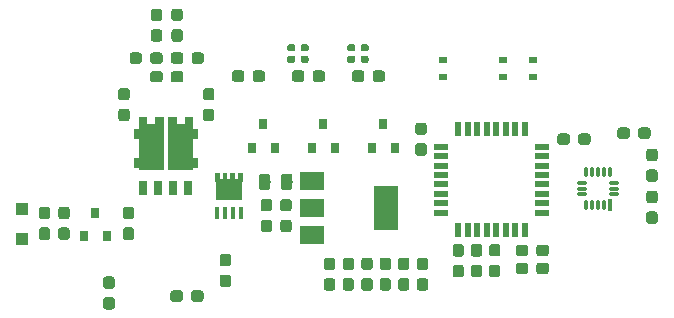
<source format=gbp>
G04 #@! TF.GenerationSoftware,KiCad,Pcbnew,5.0.2+dfsg1-1*
G04 #@! TF.CreationDate,2021-06-07T16:20:21-04:00*
G04 #@! TF.ProjectId,KyberBoard,4b796265-7242-46f6-9172-642e6b696361,rev?*
G04 #@! TF.SameCoordinates,Original*
G04 #@! TF.FileFunction,Paste,Bot*
G04 #@! TF.FilePolarity,Positive*
%FSLAX46Y46*%
G04 Gerber Fmt 4.6, Leading zero omitted, Abs format (unit mm)*
G04 Created by KiCad (PCBNEW 5.0.2+dfsg1-1) date Mon 07 Jun 2021 04:20:21 PM EDT*
%MOMM*%
%LPD*%
G01*
G04 APERTURE LIST*
%ADD10R,0.305000X1.001000*%
%ADD11O,0.305000X1.001000*%
%ADD12O,1.001000X0.305000*%
%ADD13C,0.150000*%
%ADD14C,0.950000*%
%ADD15C,1.000000*%
%ADD16R,0.650000X1.250000*%
%ADD17R,2.000000X3.800000*%
%ADD18R,2.000000X1.500000*%
%ADD19C,0.975000*%
%ADD20R,0.800000X0.900000*%
%ADD21R,1.000000X1.000000*%
%ADD22C,1.725000*%
%ADD23R,0.405000X0.990000*%
%ADD24C,0.590000*%
%ADD25R,0.600000X1.200000*%
%ADD26R,1.200000X0.600000*%
%ADD27R,0.700000X0.600000*%
G04 APERTURE END LIST*
D10*
G04 #@! TO.C,U4*
X171958000Y-80621000D03*
D11*
X171458000Y-80621000D03*
X170958000Y-80621000D03*
X170458000Y-80621000D03*
X169958000Y-80621000D03*
D12*
X169589000Y-79743000D03*
X169589000Y-79243000D03*
X169589000Y-78743000D03*
D11*
X169958000Y-77874000D03*
X170458000Y-77874000D03*
X170958000Y-77874000D03*
X171458000Y-77874000D03*
X171958000Y-77874000D03*
D12*
X172327000Y-78743000D03*
X172327000Y-79243000D03*
X172327000Y-79743000D03*
G04 #@! TD*
D13*
G04 #@! TO.C,C15*
G36*
X175774779Y-75880644D02*
X175797834Y-75884063D01*
X175820443Y-75889727D01*
X175842387Y-75897579D01*
X175863457Y-75907544D01*
X175883448Y-75919526D01*
X175902168Y-75933410D01*
X175919438Y-75949062D01*
X175935090Y-75966332D01*
X175948974Y-75985052D01*
X175960956Y-76005043D01*
X175970921Y-76026113D01*
X175978773Y-76048057D01*
X175984437Y-76070666D01*
X175987856Y-76093721D01*
X175989000Y-76117000D01*
X175989000Y-76692000D01*
X175987856Y-76715279D01*
X175984437Y-76738334D01*
X175978773Y-76760943D01*
X175970921Y-76782887D01*
X175960956Y-76803957D01*
X175948974Y-76823948D01*
X175935090Y-76842668D01*
X175919438Y-76859938D01*
X175902168Y-76875590D01*
X175883448Y-76889474D01*
X175863457Y-76901456D01*
X175842387Y-76911421D01*
X175820443Y-76919273D01*
X175797834Y-76924937D01*
X175774779Y-76928356D01*
X175751500Y-76929500D01*
X175276500Y-76929500D01*
X175253221Y-76928356D01*
X175230166Y-76924937D01*
X175207557Y-76919273D01*
X175185613Y-76911421D01*
X175164543Y-76901456D01*
X175144552Y-76889474D01*
X175125832Y-76875590D01*
X175108562Y-76859938D01*
X175092910Y-76842668D01*
X175079026Y-76823948D01*
X175067044Y-76803957D01*
X175057079Y-76782887D01*
X175049227Y-76760943D01*
X175043563Y-76738334D01*
X175040144Y-76715279D01*
X175039000Y-76692000D01*
X175039000Y-76117000D01*
X175040144Y-76093721D01*
X175043563Y-76070666D01*
X175049227Y-76048057D01*
X175057079Y-76026113D01*
X175067044Y-76005043D01*
X175079026Y-75985052D01*
X175092910Y-75966332D01*
X175108562Y-75949062D01*
X175125832Y-75933410D01*
X175144552Y-75919526D01*
X175164543Y-75907544D01*
X175185613Y-75897579D01*
X175207557Y-75889727D01*
X175230166Y-75884063D01*
X175253221Y-75880644D01*
X175276500Y-75879500D01*
X175751500Y-75879500D01*
X175774779Y-75880644D01*
X175774779Y-75880644D01*
G37*
D14*
X175514000Y-76404500D03*
D13*
G36*
X175774779Y-77630644D02*
X175797834Y-77634063D01*
X175820443Y-77639727D01*
X175842387Y-77647579D01*
X175863457Y-77657544D01*
X175883448Y-77669526D01*
X175902168Y-77683410D01*
X175919438Y-77699062D01*
X175935090Y-77716332D01*
X175948974Y-77735052D01*
X175960956Y-77755043D01*
X175970921Y-77776113D01*
X175978773Y-77798057D01*
X175984437Y-77820666D01*
X175987856Y-77843721D01*
X175989000Y-77867000D01*
X175989000Y-78442000D01*
X175987856Y-78465279D01*
X175984437Y-78488334D01*
X175978773Y-78510943D01*
X175970921Y-78532887D01*
X175960956Y-78553957D01*
X175948974Y-78573948D01*
X175935090Y-78592668D01*
X175919438Y-78609938D01*
X175902168Y-78625590D01*
X175883448Y-78639474D01*
X175863457Y-78651456D01*
X175842387Y-78661421D01*
X175820443Y-78669273D01*
X175797834Y-78674937D01*
X175774779Y-78678356D01*
X175751500Y-78679500D01*
X175276500Y-78679500D01*
X175253221Y-78678356D01*
X175230166Y-78674937D01*
X175207557Y-78669273D01*
X175185613Y-78661421D01*
X175164543Y-78651456D01*
X175144552Y-78639474D01*
X175125832Y-78625590D01*
X175108562Y-78609938D01*
X175092910Y-78592668D01*
X175079026Y-78573948D01*
X175067044Y-78553957D01*
X175057079Y-78532887D01*
X175049227Y-78510943D01*
X175043563Y-78488334D01*
X175040144Y-78465279D01*
X175039000Y-78442000D01*
X175039000Y-77867000D01*
X175040144Y-77843721D01*
X175043563Y-77820666D01*
X175049227Y-77798057D01*
X175057079Y-77776113D01*
X175067044Y-77755043D01*
X175079026Y-77735052D01*
X175092910Y-77716332D01*
X175108562Y-77699062D01*
X175125832Y-77683410D01*
X175144552Y-77669526D01*
X175164543Y-77657544D01*
X175185613Y-77647579D01*
X175207557Y-77639727D01*
X175230166Y-77634063D01*
X175253221Y-77630644D01*
X175276500Y-77629500D01*
X175751500Y-77629500D01*
X175774779Y-77630644D01*
X175774779Y-77630644D01*
G37*
D14*
X175514000Y-78154500D03*
G04 #@! TD*
D15*
G04 #@! TO.C,Q4*
X135616000Y-75635000D03*
D13*
G36*
X135291000Y-73175000D02*
X135291000Y-73775000D01*
X135941000Y-73775000D01*
X135941000Y-73175000D01*
X136666000Y-73175000D01*
X136666000Y-74235000D01*
X137066000Y-74235000D01*
X137066000Y-75035000D01*
X136666000Y-75035000D01*
X136666000Y-76685000D01*
X137066000Y-76685000D01*
X137066000Y-77485000D01*
X136666000Y-77485000D01*
X136666000Y-77675000D01*
X134566000Y-77675000D01*
X134566000Y-73175000D01*
X135291000Y-73175000D01*
X135291000Y-73175000D01*
G37*
D16*
X136271000Y-79200000D03*
X135001000Y-79200000D03*
X133731000Y-79200000D03*
X132461000Y-79200000D03*
D15*
X133116000Y-75635000D03*
D13*
G36*
X132066000Y-76685000D02*
X132066000Y-75035000D01*
X131666000Y-75035000D01*
X131666000Y-74235000D01*
X132066000Y-74235000D01*
X132066000Y-73175000D01*
X132791000Y-73175000D01*
X132791000Y-73775000D01*
X133441000Y-73775000D01*
X133441000Y-73175000D01*
X134166000Y-73175000D01*
X134166000Y-77675000D01*
X132066000Y-77675000D01*
X132066000Y-77485000D01*
X131666000Y-77485000D01*
X131666000Y-76685000D01*
X132066000Y-76685000D01*
X132066000Y-76685000D01*
G37*
G04 #@! TD*
D17*
G04 #@! TO.C,U3*
X153010000Y-80899000D03*
D18*
X146710000Y-80899000D03*
X146710000Y-78599000D03*
X146710000Y-83199000D03*
G04 #@! TD*
D13*
G04 #@! TO.C,R8*
G36*
X131451779Y-80794144D02*
X131474834Y-80797563D01*
X131497443Y-80803227D01*
X131519387Y-80811079D01*
X131540457Y-80821044D01*
X131560448Y-80833026D01*
X131579168Y-80846910D01*
X131596438Y-80862562D01*
X131612090Y-80879832D01*
X131625974Y-80898552D01*
X131637956Y-80918543D01*
X131647921Y-80939613D01*
X131655773Y-80961557D01*
X131661437Y-80984166D01*
X131664856Y-81007221D01*
X131666000Y-81030500D01*
X131666000Y-81605500D01*
X131664856Y-81628779D01*
X131661437Y-81651834D01*
X131655773Y-81674443D01*
X131647921Y-81696387D01*
X131637956Y-81717457D01*
X131625974Y-81737448D01*
X131612090Y-81756168D01*
X131596438Y-81773438D01*
X131579168Y-81789090D01*
X131560448Y-81802974D01*
X131540457Y-81814956D01*
X131519387Y-81824921D01*
X131497443Y-81832773D01*
X131474834Y-81838437D01*
X131451779Y-81841856D01*
X131428500Y-81843000D01*
X130953500Y-81843000D01*
X130930221Y-81841856D01*
X130907166Y-81838437D01*
X130884557Y-81832773D01*
X130862613Y-81824921D01*
X130841543Y-81814956D01*
X130821552Y-81802974D01*
X130802832Y-81789090D01*
X130785562Y-81773438D01*
X130769910Y-81756168D01*
X130756026Y-81737448D01*
X130744044Y-81717457D01*
X130734079Y-81696387D01*
X130726227Y-81674443D01*
X130720563Y-81651834D01*
X130717144Y-81628779D01*
X130716000Y-81605500D01*
X130716000Y-81030500D01*
X130717144Y-81007221D01*
X130720563Y-80984166D01*
X130726227Y-80961557D01*
X130734079Y-80939613D01*
X130744044Y-80918543D01*
X130756026Y-80898552D01*
X130769910Y-80879832D01*
X130785562Y-80862562D01*
X130802832Y-80846910D01*
X130821552Y-80833026D01*
X130841543Y-80821044D01*
X130862613Y-80811079D01*
X130884557Y-80803227D01*
X130907166Y-80797563D01*
X130930221Y-80794144D01*
X130953500Y-80793000D01*
X131428500Y-80793000D01*
X131451779Y-80794144D01*
X131451779Y-80794144D01*
G37*
D14*
X131191000Y-81318000D03*
D13*
G36*
X131451779Y-82544144D02*
X131474834Y-82547563D01*
X131497443Y-82553227D01*
X131519387Y-82561079D01*
X131540457Y-82571044D01*
X131560448Y-82583026D01*
X131579168Y-82596910D01*
X131596438Y-82612562D01*
X131612090Y-82629832D01*
X131625974Y-82648552D01*
X131637956Y-82668543D01*
X131647921Y-82689613D01*
X131655773Y-82711557D01*
X131661437Y-82734166D01*
X131664856Y-82757221D01*
X131666000Y-82780500D01*
X131666000Y-83355500D01*
X131664856Y-83378779D01*
X131661437Y-83401834D01*
X131655773Y-83424443D01*
X131647921Y-83446387D01*
X131637956Y-83467457D01*
X131625974Y-83487448D01*
X131612090Y-83506168D01*
X131596438Y-83523438D01*
X131579168Y-83539090D01*
X131560448Y-83552974D01*
X131540457Y-83564956D01*
X131519387Y-83574921D01*
X131497443Y-83582773D01*
X131474834Y-83588437D01*
X131451779Y-83591856D01*
X131428500Y-83593000D01*
X130953500Y-83593000D01*
X130930221Y-83591856D01*
X130907166Y-83588437D01*
X130884557Y-83582773D01*
X130862613Y-83574921D01*
X130841543Y-83564956D01*
X130821552Y-83552974D01*
X130802832Y-83539090D01*
X130785562Y-83523438D01*
X130769910Y-83506168D01*
X130756026Y-83487448D01*
X130744044Y-83467457D01*
X130734079Y-83446387D01*
X130726227Y-83424443D01*
X130720563Y-83401834D01*
X130717144Y-83378779D01*
X130716000Y-83355500D01*
X130716000Y-82780500D01*
X130717144Y-82757221D01*
X130720563Y-82734166D01*
X130726227Y-82711557D01*
X130734079Y-82689613D01*
X130744044Y-82668543D01*
X130756026Y-82648552D01*
X130769910Y-82629832D01*
X130785562Y-82612562D01*
X130802832Y-82596910D01*
X130821552Y-82583026D01*
X130841543Y-82571044D01*
X130862613Y-82561079D01*
X130884557Y-82553227D01*
X130907166Y-82547563D01*
X130930221Y-82544144D01*
X130953500Y-82543000D01*
X131428500Y-82543000D01*
X131451779Y-82544144D01*
X131451779Y-82544144D01*
G37*
D14*
X131191000Y-83068000D03*
G04 #@! TD*
D13*
G04 #@! TO.C,C1*
G36*
X154756279Y-86838144D02*
X154779334Y-86841563D01*
X154801943Y-86847227D01*
X154823887Y-86855079D01*
X154844957Y-86865044D01*
X154864948Y-86877026D01*
X154883668Y-86890910D01*
X154900938Y-86906562D01*
X154916590Y-86923832D01*
X154930474Y-86942552D01*
X154942456Y-86962543D01*
X154952421Y-86983613D01*
X154960273Y-87005557D01*
X154965937Y-87028166D01*
X154969356Y-87051221D01*
X154970500Y-87074500D01*
X154970500Y-87649500D01*
X154969356Y-87672779D01*
X154965937Y-87695834D01*
X154960273Y-87718443D01*
X154952421Y-87740387D01*
X154942456Y-87761457D01*
X154930474Y-87781448D01*
X154916590Y-87800168D01*
X154900938Y-87817438D01*
X154883668Y-87833090D01*
X154864948Y-87846974D01*
X154844957Y-87858956D01*
X154823887Y-87868921D01*
X154801943Y-87876773D01*
X154779334Y-87882437D01*
X154756279Y-87885856D01*
X154733000Y-87887000D01*
X154258000Y-87887000D01*
X154234721Y-87885856D01*
X154211666Y-87882437D01*
X154189057Y-87876773D01*
X154167113Y-87868921D01*
X154146043Y-87858956D01*
X154126052Y-87846974D01*
X154107332Y-87833090D01*
X154090062Y-87817438D01*
X154074410Y-87800168D01*
X154060526Y-87781448D01*
X154048544Y-87761457D01*
X154038579Y-87740387D01*
X154030727Y-87718443D01*
X154025063Y-87695834D01*
X154021644Y-87672779D01*
X154020500Y-87649500D01*
X154020500Y-87074500D01*
X154021644Y-87051221D01*
X154025063Y-87028166D01*
X154030727Y-87005557D01*
X154038579Y-86983613D01*
X154048544Y-86962543D01*
X154060526Y-86942552D01*
X154074410Y-86923832D01*
X154090062Y-86906562D01*
X154107332Y-86890910D01*
X154126052Y-86877026D01*
X154146043Y-86865044D01*
X154167113Y-86855079D01*
X154189057Y-86847227D01*
X154211666Y-86841563D01*
X154234721Y-86838144D01*
X154258000Y-86837000D01*
X154733000Y-86837000D01*
X154756279Y-86838144D01*
X154756279Y-86838144D01*
G37*
D14*
X154495500Y-87362000D03*
D13*
G36*
X154756279Y-85088144D02*
X154779334Y-85091563D01*
X154801943Y-85097227D01*
X154823887Y-85105079D01*
X154844957Y-85115044D01*
X154864948Y-85127026D01*
X154883668Y-85140910D01*
X154900938Y-85156562D01*
X154916590Y-85173832D01*
X154930474Y-85192552D01*
X154942456Y-85212543D01*
X154952421Y-85233613D01*
X154960273Y-85255557D01*
X154965937Y-85278166D01*
X154969356Y-85301221D01*
X154970500Y-85324500D01*
X154970500Y-85899500D01*
X154969356Y-85922779D01*
X154965937Y-85945834D01*
X154960273Y-85968443D01*
X154952421Y-85990387D01*
X154942456Y-86011457D01*
X154930474Y-86031448D01*
X154916590Y-86050168D01*
X154900938Y-86067438D01*
X154883668Y-86083090D01*
X154864948Y-86096974D01*
X154844957Y-86108956D01*
X154823887Y-86118921D01*
X154801943Y-86126773D01*
X154779334Y-86132437D01*
X154756279Y-86135856D01*
X154733000Y-86137000D01*
X154258000Y-86137000D01*
X154234721Y-86135856D01*
X154211666Y-86132437D01*
X154189057Y-86126773D01*
X154167113Y-86118921D01*
X154146043Y-86108956D01*
X154126052Y-86096974D01*
X154107332Y-86083090D01*
X154090062Y-86067438D01*
X154074410Y-86050168D01*
X154060526Y-86031448D01*
X154048544Y-86011457D01*
X154038579Y-85990387D01*
X154030727Y-85968443D01*
X154025063Y-85945834D01*
X154021644Y-85922779D01*
X154020500Y-85899500D01*
X154020500Y-85324500D01*
X154021644Y-85301221D01*
X154025063Y-85278166D01*
X154030727Y-85255557D01*
X154038579Y-85233613D01*
X154048544Y-85212543D01*
X154060526Y-85192552D01*
X154074410Y-85173832D01*
X154090062Y-85156562D01*
X154107332Y-85140910D01*
X154126052Y-85127026D01*
X154146043Y-85115044D01*
X154167113Y-85105079D01*
X154189057Y-85097227D01*
X154211666Y-85091563D01*
X154234721Y-85088144D01*
X154258000Y-85087000D01*
X154733000Y-85087000D01*
X154756279Y-85088144D01*
X154756279Y-85088144D01*
G37*
D14*
X154495500Y-85612000D03*
G04 #@! TD*
D13*
G04 #@! TO.C,C2*
G36*
X162462930Y-83945144D02*
X162485985Y-83948563D01*
X162508594Y-83954227D01*
X162530538Y-83962079D01*
X162551608Y-83972044D01*
X162571599Y-83984026D01*
X162590319Y-83997910D01*
X162607589Y-84013562D01*
X162623241Y-84030832D01*
X162637125Y-84049552D01*
X162649107Y-84069543D01*
X162659072Y-84090613D01*
X162666924Y-84112557D01*
X162672588Y-84135166D01*
X162676007Y-84158221D01*
X162677151Y-84181500D01*
X162677151Y-84756500D01*
X162676007Y-84779779D01*
X162672588Y-84802834D01*
X162666924Y-84825443D01*
X162659072Y-84847387D01*
X162649107Y-84868457D01*
X162637125Y-84888448D01*
X162623241Y-84907168D01*
X162607589Y-84924438D01*
X162590319Y-84940090D01*
X162571599Y-84953974D01*
X162551608Y-84965956D01*
X162530538Y-84975921D01*
X162508594Y-84983773D01*
X162485985Y-84989437D01*
X162462930Y-84992856D01*
X162439651Y-84994000D01*
X161964651Y-84994000D01*
X161941372Y-84992856D01*
X161918317Y-84989437D01*
X161895708Y-84983773D01*
X161873764Y-84975921D01*
X161852694Y-84965956D01*
X161832703Y-84953974D01*
X161813983Y-84940090D01*
X161796713Y-84924438D01*
X161781061Y-84907168D01*
X161767177Y-84888448D01*
X161755195Y-84868457D01*
X161745230Y-84847387D01*
X161737378Y-84825443D01*
X161731714Y-84802834D01*
X161728295Y-84779779D01*
X161727151Y-84756500D01*
X161727151Y-84181500D01*
X161728295Y-84158221D01*
X161731714Y-84135166D01*
X161737378Y-84112557D01*
X161745230Y-84090613D01*
X161755195Y-84069543D01*
X161767177Y-84049552D01*
X161781061Y-84030832D01*
X161796713Y-84013562D01*
X161813983Y-83997910D01*
X161832703Y-83984026D01*
X161852694Y-83972044D01*
X161873764Y-83962079D01*
X161895708Y-83954227D01*
X161918317Y-83948563D01*
X161941372Y-83945144D01*
X161964651Y-83944000D01*
X162439651Y-83944000D01*
X162462930Y-83945144D01*
X162462930Y-83945144D01*
G37*
D14*
X162202151Y-84469000D03*
D13*
G36*
X162462930Y-85695144D02*
X162485985Y-85698563D01*
X162508594Y-85704227D01*
X162530538Y-85712079D01*
X162551608Y-85722044D01*
X162571599Y-85734026D01*
X162590319Y-85747910D01*
X162607589Y-85763562D01*
X162623241Y-85780832D01*
X162637125Y-85799552D01*
X162649107Y-85819543D01*
X162659072Y-85840613D01*
X162666924Y-85862557D01*
X162672588Y-85885166D01*
X162676007Y-85908221D01*
X162677151Y-85931500D01*
X162677151Y-86506500D01*
X162676007Y-86529779D01*
X162672588Y-86552834D01*
X162666924Y-86575443D01*
X162659072Y-86597387D01*
X162649107Y-86618457D01*
X162637125Y-86638448D01*
X162623241Y-86657168D01*
X162607589Y-86674438D01*
X162590319Y-86690090D01*
X162571599Y-86703974D01*
X162551608Y-86715956D01*
X162530538Y-86725921D01*
X162508594Y-86733773D01*
X162485985Y-86739437D01*
X162462930Y-86742856D01*
X162439651Y-86744000D01*
X161964651Y-86744000D01*
X161941372Y-86742856D01*
X161918317Y-86739437D01*
X161895708Y-86733773D01*
X161873764Y-86725921D01*
X161852694Y-86715956D01*
X161832703Y-86703974D01*
X161813983Y-86690090D01*
X161796713Y-86674438D01*
X161781061Y-86657168D01*
X161767177Y-86638448D01*
X161755195Y-86618457D01*
X161745230Y-86597387D01*
X161737378Y-86575443D01*
X161731714Y-86552834D01*
X161728295Y-86529779D01*
X161727151Y-86506500D01*
X161727151Y-85931500D01*
X161728295Y-85908221D01*
X161731714Y-85885166D01*
X161737378Y-85862557D01*
X161745230Y-85840613D01*
X161755195Y-85819543D01*
X161767177Y-85799552D01*
X161781061Y-85780832D01*
X161796713Y-85763562D01*
X161813983Y-85747910D01*
X161832703Y-85734026D01*
X161852694Y-85722044D01*
X161873764Y-85712079D01*
X161895708Y-85704227D01*
X161918317Y-85698563D01*
X161941372Y-85695144D01*
X161964651Y-85694000D01*
X162439651Y-85694000D01*
X162462930Y-85695144D01*
X162462930Y-85695144D01*
G37*
D14*
X162202151Y-86219000D03*
G04 #@! TD*
D13*
G04 #@! TO.C,C3*
G36*
X166561328Y-84006544D02*
X166584383Y-84009963D01*
X166606992Y-84015627D01*
X166628936Y-84023479D01*
X166650006Y-84033444D01*
X166669997Y-84045426D01*
X166688717Y-84059310D01*
X166705987Y-84074962D01*
X166721639Y-84092232D01*
X166735523Y-84110952D01*
X166747505Y-84130943D01*
X166757470Y-84152013D01*
X166765322Y-84173957D01*
X166770986Y-84196566D01*
X166774405Y-84219621D01*
X166775549Y-84242900D01*
X166775549Y-84717900D01*
X166774405Y-84741179D01*
X166770986Y-84764234D01*
X166765322Y-84786843D01*
X166757470Y-84808787D01*
X166747505Y-84829857D01*
X166735523Y-84849848D01*
X166721639Y-84868568D01*
X166705987Y-84885838D01*
X166688717Y-84901490D01*
X166669997Y-84915374D01*
X166650006Y-84927356D01*
X166628936Y-84937321D01*
X166606992Y-84945173D01*
X166584383Y-84950837D01*
X166561328Y-84954256D01*
X166538049Y-84955400D01*
X165963049Y-84955400D01*
X165939770Y-84954256D01*
X165916715Y-84950837D01*
X165894106Y-84945173D01*
X165872162Y-84937321D01*
X165851092Y-84927356D01*
X165831101Y-84915374D01*
X165812381Y-84901490D01*
X165795111Y-84885838D01*
X165779459Y-84868568D01*
X165765575Y-84849848D01*
X165753593Y-84829857D01*
X165743628Y-84808787D01*
X165735776Y-84786843D01*
X165730112Y-84764234D01*
X165726693Y-84741179D01*
X165725549Y-84717900D01*
X165725549Y-84242900D01*
X165726693Y-84219621D01*
X165730112Y-84196566D01*
X165735776Y-84173957D01*
X165743628Y-84152013D01*
X165753593Y-84130943D01*
X165765575Y-84110952D01*
X165779459Y-84092232D01*
X165795111Y-84074962D01*
X165812381Y-84059310D01*
X165831101Y-84045426D01*
X165851092Y-84033444D01*
X165872162Y-84023479D01*
X165894106Y-84015627D01*
X165916715Y-84009963D01*
X165939770Y-84006544D01*
X165963049Y-84005400D01*
X166538049Y-84005400D01*
X166561328Y-84006544D01*
X166561328Y-84006544D01*
G37*
D14*
X166250549Y-84480400D03*
D13*
G36*
X164811330Y-84006544D02*
X164834385Y-84009963D01*
X164856994Y-84015627D01*
X164878938Y-84023479D01*
X164900008Y-84033444D01*
X164919999Y-84045426D01*
X164938719Y-84059310D01*
X164955989Y-84074962D01*
X164971641Y-84092232D01*
X164985525Y-84110952D01*
X164997507Y-84130943D01*
X165007472Y-84152013D01*
X165015324Y-84173957D01*
X165020988Y-84196566D01*
X165024407Y-84219621D01*
X165025551Y-84242900D01*
X165025551Y-84717900D01*
X165024407Y-84741179D01*
X165020988Y-84764234D01*
X165015324Y-84786843D01*
X165007472Y-84808787D01*
X164997507Y-84829857D01*
X164985525Y-84849848D01*
X164971641Y-84868568D01*
X164955989Y-84885838D01*
X164938719Y-84901490D01*
X164919999Y-84915374D01*
X164900008Y-84927356D01*
X164878938Y-84937321D01*
X164856994Y-84945173D01*
X164834385Y-84950837D01*
X164811330Y-84954256D01*
X164788051Y-84955400D01*
X164213051Y-84955400D01*
X164189772Y-84954256D01*
X164166717Y-84950837D01*
X164144108Y-84945173D01*
X164122164Y-84937321D01*
X164101094Y-84927356D01*
X164081103Y-84915374D01*
X164062383Y-84901490D01*
X164045113Y-84885838D01*
X164029461Y-84868568D01*
X164015577Y-84849848D01*
X164003595Y-84829857D01*
X163993630Y-84808787D01*
X163985778Y-84786843D01*
X163980114Y-84764234D01*
X163976695Y-84741179D01*
X163975551Y-84717900D01*
X163975551Y-84242900D01*
X163976695Y-84219621D01*
X163980114Y-84196566D01*
X163985778Y-84173957D01*
X163993630Y-84152013D01*
X164003595Y-84130943D01*
X164015577Y-84110952D01*
X164029461Y-84092232D01*
X164045113Y-84074962D01*
X164062383Y-84059310D01*
X164081103Y-84045426D01*
X164101094Y-84033444D01*
X164122164Y-84023479D01*
X164144108Y-84015627D01*
X164166717Y-84009963D01*
X164189772Y-84006544D01*
X164213051Y-84005400D01*
X164788051Y-84005400D01*
X164811330Y-84006544D01*
X164811330Y-84006544D01*
G37*
D14*
X164500551Y-84480400D03*
G04 #@! TD*
D13*
G04 #@! TO.C,C4*
G36*
X164811330Y-85530544D02*
X164834385Y-85533963D01*
X164856994Y-85539627D01*
X164878938Y-85547479D01*
X164900008Y-85557444D01*
X164919999Y-85569426D01*
X164938719Y-85583310D01*
X164955989Y-85598962D01*
X164971641Y-85616232D01*
X164985525Y-85634952D01*
X164997507Y-85654943D01*
X165007472Y-85676013D01*
X165015324Y-85697957D01*
X165020988Y-85720566D01*
X165024407Y-85743621D01*
X165025551Y-85766900D01*
X165025551Y-86241900D01*
X165024407Y-86265179D01*
X165020988Y-86288234D01*
X165015324Y-86310843D01*
X165007472Y-86332787D01*
X164997507Y-86353857D01*
X164985525Y-86373848D01*
X164971641Y-86392568D01*
X164955989Y-86409838D01*
X164938719Y-86425490D01*
X164919999Y-86439374D01*
X164900008Y-86451356D01*
X164878938Y-86461321D01*
X164856994Y-86469173D01*
X164834385Y-86474837D01*
X164811330Y-86478256D01*
X164788051Y-86479400D01*
X164213051Y-86479400D01*
X164189772Y-86478256D01*
X164166717Y-86474837D01*
X164144108Y-86469173D01*
X164122164Y-86461321D01*
X164101094Y-86451356D01*
X164081103Y-86439374D01*
X164062383Y-86425490D01*
X164045113Y-86409838D01*
X164029461Y-86392568D01*
X164015577Y-86373848D01*
X164003595Y-86353857D01*
X163993630Y-86332787D01*
X163985778Y-86310843D01*
X163980114Y-86288234D01*
X163976695Y-86265179D01*
X163975551Y-86241900D01*
X163975551Y-85766900D01*
X163976695Y-85743621D01*
X163980114Y-85720566D01*
X163985778Y-85697957D01*
X163993630Y-85676013D01*
X164003595Y-85654943D01*
X164015577Y-85634952D01*
X164029461Y-85616232D01*
X164045113Y-85598962D01*
X164062383Y-85583310D01*
X164081103Y-85569426D01*
X164101094Y-85557444D01*
X164122164Y-85547479D01*
X164144108Y-85539627D01*
X164166717Y-85533963D01*
X164189772Y-85530544D01*
X164213051Y-85529400D01*
X164788051Y-85529400D01*
X164811330Y-85530544D01*
X164811330Y-85530544D01*
G37*
D14*
X164500551Y-86004400D03*
D13*
G36*
X166561328Y-85530544D02*
X166584383Y-85533963D01*
X166606992Y-85539627D01*
X166628936Y-85547479D01*
X166650006Y-85557444D01*
X166669997Y-85569426D01*
X166688717Y-85583310D01*
X166705987Y-85598962D01*
X166721639Y-85616232D01*
X166735523Y-85634952D01*
X166747505Y-85654943D01*
X166757470Y-85676013D01*
X166765322Y-85697957D01*
X166770986Y-85720566D01*
X166774405Y-85743621D01*
X166775549Y-85766900D01*
X166775549Y-86241900D01*
X166774405Y-86265179D01*
X166770986Y-86288234D01*
X166765322Y-86310843D01*
X166757470Y-86332787D01*
X166747505Y-86353857D01*
X166735523Y-86373848D01*
X166721639Y-86392568D01*
X166705987Y-86409838D01*
X166688717Y-86425490D01*
X166669997Y-86439374D01*
X166650006Y-86451356D01*
X166628936Y-86461321D01*
X166606992Y-86469173D01*
X166584383Y-86474837D01*
X166561328Y-86478256D01*
X166538049Y-86479400D01*
X165963049Y-86479400D01*
X165939770Y-86478256D01*
X165916715Y-86474837D01*
X165894106Y-86469173D01*
X165872162Y-86461321D01*
X165851092Y-86451356D01*
X165831101Y-86439374D01*
X165812381Y-86425490D01*
X165795111Y-86409838D01*
X165779459Y-86392568D01*
X165765575Y-86373848D01*
X165753593Y-86353857D01*
X165743628Y-86332787D01*
X165735776Y-86310843D01*
X165730112Y-86288234D01*
X165726693Y-86265179D01*
X165725549Y-86241900D01*
X165725549Y-85766900D01*
X165726693Y-85743621D01*
X165730112Y-85720566D01*
X165735776Y-85697957D01*
X165743628Y-85676013D01*
X165753593Y-85654943D01*
X165765575Y-85634952D01*
X165779459Y-85616232D01*
X165795111Y-85598962D01*
X165812381Y-85583310D01*
X165831101Y-85569426D01*
X165851092Y-85557444D01*
X165872162Y-85547479D01*
X165894106Y-85539627D01*
X165916715Y-85533963D01*
X165939770Y-85530544D01*
X165963049Y-85529400D01*
X166538049Y-85529400D01*
X166561328Y-85530544D01*
X166561328Y-85530544D01*
G37*
D14*
X166250549Y-86004400D03*
G04 #@! TD*
D13*
G04 #@! TO.C,C5*
G36*
X156216779Y-75408143D02*
X156239834Y-75411562D01*
X156262443Y-75417226D01*
X156284387Y-75425078D01*
X156305457Y-75435043D01*
X156325448Y-75447025D01*
X156344168Y-75460909D01*
X156361438Y-75476561D01*
X156377090Y-75493831D01*
X156390974Y-75512551D01*
X156402956Y-75532542D01*
X156412921Y-75553612D01*
X156420773Y-75575556D01*
X156426437Y-75598165D01*
X156429856Y-75621220D01*
X156431000Y-75644499D01*
X156431000Y-76219499D01*
X156429856Y-76242778D01*
X156426437Y-76265833D01*
X156420773Y-76288442D01*
X156412921Y-76310386D01*
X156402956Y-76331456D01*
X156390974Y-76351447D01*
X156377090Y-76370167D01*
X156361438Y-76387437D01*
X156344168Y-76403089D01*
X156325448Y-76416973D01*
X156305457Y-76428955D01*
X156284387Y-76438920D01*
X156262443Y-76446772D01*
X156239834Y-76452436D01*
X156216779Y-76455855D01*
X156193500Y-76456999D01*
X155718500Y-76456999D01*
X155695221Y-76455855D01*
X155672166Y-76452436D01*
X155649557Y-76446772D01*
X155627613Y-76438920D01*
X155606543Y-76428955D01*
X155586552Y-76416973D01*
X155567832Y-76403089D01*
X155550562Y-76387437D01*
X155534910Y-76370167D01*
X155521026Y-76351447D01*
X155509044Y-76331456D01*
X155499079Y-76310386D01*
X155491227Y-76288442D01*
X155485563Y-76265833D01*
X155482144Y-76242778D01*
X155481000Y-76219499D01*
X155481000Y-75644499D01*
X155482144Y-75621220D01*
X155485563Y-75598165D01*
X155491227Y-75575556D01*
X155499079Y-75553612D01*
X155509044Y-75532542D01*
X155521026Y-75512551D01*
X155534910Y-75493831D01*
X155550562Y-75476561D01*
X155567832Y-75460909D01*
X155586552Y-75447025D01*
X155606543Y-75435043D01*
X155627613Y-75425078D01*
X155649557Y-75417226D01*
X155672166Y-75411562D01*
X155695221Y-75408143D01*
X155718500Y-75406999D01*
X156193500Y-75406999D01*
X156216779Y-75408143D01*
X156216779Y-75408143D01*
G37*
D14*
X155956000Y-75931999D03*
D13*
G36*
X156216779Y-73658145D02*
X156239834Y-73661564D01*
X156262443Y-73667228D01*
X156284387Y-73675080D01*
X156305457Y-73685045D01*
X156325448Y-73697027D01*
X156344168Y-73710911D01*
X156361438Y-73726563D01*
X156377090Y-73743833D01*
X156390974Y-73762553D01*
X156402956Y-73782544D01*
X156412921Y-73803614D01*
X156420773Y-73825558D01*
X156426437Y-73848167D01*
X156429856Y-73871222D01*
X156431000Y-73894501D01*
X156431000Y-74469501D01*
X156429856Y-74492780D01*
X156426437Y-74515835D01*
X156420773Y-74538444D01*
X156412921Y-74560388D01*
X156402956Y-74581458D01*
X156390974Y-74601449D01*
X156377090Y-74620169D01*
X156361438Y-74637439D01*
X156344168Y-74653091D01*
X156325448Y-74666975D01*
X156305457Y-74678957D01*
X156284387Y-74688922D01*
X156262443Y-74696774D01*
X156239834Y-74702438D01*
X156216779Y-74705857D01*
X156193500Y-74707001D01*
X155718500Y-74707001D01*
X155695221Y-74705857D01*
X155672166Y-74702438D01*
X155649557Y-74696774D01*
X155627613Y-74688922D01*
X155606543Y-74678957D01*
X155586552Y-74666975D01*
X155567832Y-74653091D01*
X155550562Y-74637439D01*
X155534910Y-74620169D01*
X155521026Y-74601449D01*
X155509044Y-74581458D01*
X155499079Y-74560388D01*
X155491227Y-74538444D01*
X155485563Y-74515835D01*
X155482144Y-74492780D01*
X155481000Y-74469501D01*
X155481000Y-73894501D01*
X155482144Y-73871222D01*
X155485563Y-73848167D01*
X155491227Y-73825558D01*
X155499079Y-73803614D01*
X155509044Y-73782544D01*
X155521026Y-73762553D01*
X155534910Y-73743833D01*
X155550562Y-73726563D01*
X155567832Y-73710911D01*
X155586552Y-73697027D01*
X155606543Y-73685045D01*
X155627613Y-73675080D01*
X155649557Y-73667228D01*
X155672166Y-73661564D01*
X155695221Y-73658145D01*
X155718500Y-73657001D01*
X156193500Y-73657001D01*
X156216779Y-73658145D01*
X156216779Y-73658145D01*
G37*
D14*
X155956000Y-74182001D03*
G04 #@! TD*
D13*
G04 #@! TO.C,C8*
G36*
X139643488Y-86536144D02*
X139666543Y-86539563D01*
X139689152Y-86545227D01*
X139711096Y-86553079D01*
X139732166Y-86563044D01*
X139752157Y-86575026D01*
X139770877Y-86588910D01*
X139788147Y-86604562D01*
X139803799Y-86621832D01*
X139817683Y-86640552D01*
X139829665Y-86660543D01*
X139839630Y-86681613D01*
X139847482Y-86703557D01*
X139853146Y-86726166D01*
X139856565Y-86749221D01*
X139857709Y-86772500D01*
X139857709Y-87347500D01*
X139856565Y-87370779D01*
X139853146Y-87393834D01*
X139847482Y-87416443D01*
X139839630Y-87438387D01*
X139829665Y-87459457D01*
X139817683Y-87479448D01*
X139803799Y-87498168D01*
X139788147Y-87515438D01*
X139770877Y-87531090D01*
X139752157Y-87544974D01*
X139732166Y-87556956D01*
X139711096Y-87566921D01*
X139689152Y-87574773D01*
X139666543Y-87580437D01*
X139643488Y-87583856D01*
X139620209Y-87585000D01*
X139145209Y-87585000D01*
X139121930Y-87583856D01*
X139098875Y-87580437D01*
X139076266Y-87574773D01*
X139054322Y-87566921D01*
X139033252Y-87556956D01*
X139013261Y-87544974D01*
X138994541Y-87531090D01*
X138977271Y-87515438D01*
X138961619Y-87498168D01*
X138947735Y-87479448D01*
X138935753Y-87459457D01*
X138925788Y-87438387D01*
X138917936Y-87416443D01*
X138912272Y-87393834D01*
X138908853Y-87370779D01*
X138907709Y-87347500D01*
X138907709Y-86772500D01*
X138908853Y-86749221D01*
X138912272Y-86726166D01*
X138917936Y-86703557D01*
X138925788Y-86681613D01*
X138935753Y-86660543D01*
X138947735Y-86640552D01*
X138961619Y-86621832D01*
X138977271Y-86604562D01*
X138994541Y-86588910D01*
X139013261Y-86575026D01*
X139033252Y-86563044D01*
X139054322Y-86553079D01*
X139076266Y-86545227D01*
X139098875Y-86539563D01*
X139121930Y-86536144D01*
X139145209Y-86535000D01*
X139620209Y-86535000D01*
X139643488Y-86536144D01*
X139643488Y-86536144D01*
G37*
D14*
X139382709Y-87060000D03*
D13*
G36*
X139643488Y-84786144D02*
X139666543Y-84789563D01*
X139689152Y-84795227D01*
X139711096Y-84803079D01*
X139732166Y-84813044D01*
X139752157Y-84825026D01*
X139770877Y-84838910D01*
X139788147Y-84854562D01*
X139803799Y-84871832D01*
X139817683Y-84890552D01*
X139829665Y-84910543D01*
X139839630Y-84931613D01*
X139847482Y-84953557D01*
X139853146Y-84976166D01*
X139856565Y-84999221D01*
X139857709Y-85022500D01*
X139857709Y-85597500D01*
X139856565Y-85620779D01*
X139853146Y-85643834D01*
X139847482Y-85666443D01*
X139839630Y-85688387D01*
X139829665Y-85709457D01*
X139817683Y-85729448D01*
X139803799Y-85748168D01*
X139788147Y-85765438D01*
X139770877Y-85781090D01*
X139752157Y-85794974D01*
X139732166Y-85806956D01*
X139711096Y-85816921D01*
X139689152Y-85824773D01*
X139666543Y-85830437D01*
X139643488Y-85833856D01*
X139620209Y-85835000D01*
X139145209Y-85835000D01*
X139121930Y-85833856D01*
X139098875Y-85830437D01*
X139076266Y-85824773D01*
X139054322Y-85816921D01*
X139033252Y-85806956D01*
X139013261Y-85794974D01*
X138994541Y-85781090D01*
X138977271Y-85765438D01*
X138961619Y-85748168D01*
X138947735Y-85729448D01*
X138935753Y-85709457D01*
X138925788Y-85688387D01*
X138917936Y-85666443D01*
X138912272Y-85643834D01*
X138908853Y-85620779D01*
X138907709Y-85597500D01*
X138907709Y-85022500D01*
X138908853Y-84999221D01*
X138912272Y-84976166D01*
X138917936Y-84953557D01*
X138925788Y-84931613D01*
X138935753Y-84910543D01*
X138947735Y-84890552D01*
X138961619Y-84871832D01*
X138977271Y-84854562D01*
X138994541Y-84838910D01*
X139013261Y-84825026D01*
X139033252Y-84813044D01*
X139054322Y-84803079D01*
X139076266Y-84795227D01*
X139098875Y-84789563D01*
X139121930Y-84786144D01*
X139145209Y-84785000D01*
X139620209Y-84785000D01*
X139643488Y-84786144D01*
X139643488Y-84786144D01*
G37*
D14*
X139382709Y-85310000D03*
G04 #@! TD*
D13*
G04 #@! TO.C,C9*
G36*
X135615279Y-69312644D02*
X135638334Y-69316063D01*
X135660943Y-69321727D01*
X135682887Y-69329579D01*
X135703957Y-69339544D01*
X135723948Y-69351526D01*
X135742668Y-69365410D01*
X135759938Y-69381062D01*
X135775590Y-69398332D01*
X135789474Y-69417052D01*
X135801456Y-69437043D01*
X135811421Y-69458113D01*
X135819273Y-69480057D01*
X135824937Y-69502666D01*
X135828356Y-69525721D01*
X135829500Y-69549000D01*
X135829500Y-70024000D01*
X135828356Y-70047279D01*
X135824937Y-70070334D01*
X135819273Y-70092943D01*
X135811421Y-70114887D01*
X135801456Y-70135957D01*
X135789474Y-70155948D01*
X135775590Y-70174668D01*
X135759938Y-70191938D01*
X135742668Y-70207590D01*
X135723948Y-70221474D01*
X135703957Y-70233456D01*
X135682887Y-70243421D01*
X135660943Y-70251273D01*
X135638334Y-70256937D01*
X135615279Y-70260356D01*
X135592000Y-70261500D01*
X135017000Y-70261500D01*
X134993721Y-70260356D01*
X134970666Y-70256937D01*
X134948057Y-70251273D01*
X134926113Y-70243421D01*
X134905043Y-70233456D01*
X134885052Y-70221474D01*
X134866332Y-70207590D01*
X134849062Y-70191938D01*
X134833410Y-70174668D01*
X134819526Y-70155948D01*
X134807544Y-70135957D01*
X134797579Y-70114887D01*
X134789727Y-70092943D01*
X134784063Y-70070334D01*
X134780644Y-70047279D01*
X134779500Y-70024000D01*
X134779500Y-69549000D01*
X134780644Y-69525721D01*
X134784063Y-69502666D01*
X134789727Y-69480057D01*
X134797579Y-69458113D01*
X134807544Y-69437043D01*
X134819526Y-69417052D01*
X134833410Y-69398332D01*
X134849062Y-69381062D01*
X134866332Y-69365410D01*
X134885052Y-69351526D01*
X134905043Y-69339544D01*
X134926113Y-69329579D01*
X134948057Y-69321727D01*
X134970666Y-69316063D01*
X134993721Y-69312644D01*
X135017000Y-69311500D01*
X135592000Y-69311500D01*
X135615279Y-69312644D01*
X135615279Y-69312644D01*
G37*
D14*
X135304500Y-69786500D03*
D13*
G36*
X133865279Y-69312644D02*
X133888334Y-69316063D01*
X133910943Y-69321727D01*
X133932887Y-69329579D01*
X133953957Y-69339544D01*
X133973948Y-69351526D01*
X133992668Y-69365410D01*
X134009938Y-69381062D01*
X134025590Y-69398332D01*
X134039474Y-69417052D01*
X134051456Y-69437043D01*
X134061421Y-69458113D01*
X134069273Y-69480057D01*
X134074937Y-69502666D01*
X134078356Y-69525721D01*
X134079500Y-69549000D01*
X134079500Y-70024000D01*
X134078356Y-70047279D01*
X134074937Y-70070334D01*
X134069273Y-70092943D01*
X134061421Y-70114887D01*
X134051456Y-70135957D01*
X134039474Y-70155948D01*
X134025590Y-70174668D01*
X134009938Y-70191938D01*
X133992668Y-70207590D01*
X133973948Y-70221474D01*
X133953957Y-70233456D01*
X133932887Y-70243421D01*
X133910943Y-70251273D01*
X133888334Y-70256937D01*
X133865279Y-70260356D01*
X133842000Y-70261500D01*
X133267000Y-70261500D01*
X133243721Y-70260356D01*
X133220666Y-70256937D01*
X133198057Y-70251273D01*
X133176113Y-70243421D01*
X133155043Y-70233456D01*
X133135052Y-70221474D01*
X133116332Y-70207590D01*
X133099062Y-70191938D01*
X133083410Y-70174668D01*
X133069526Y-70155948D01*
X133057544Y-70135957D01*
X133047579Y-70114887D01*
X133039727Y-70092943D01*
X133034063Y-70070334D01*
X133030644Y-70047279D01*
X133029500Y-70024000D01*
X133029500Y-69549000D01*
X133030644Y-69525721D01*
X133034063Y-69502666D01*
X133039727Y-69480057D01*
X133047579Y-69458113D01*
X133057544Y-69437043D01*
X133069526Y-69417052D01*
X133083410Y-69398332D01*
X133099062Y-69381062D01*
X133116332Y-69365410D01*
X133135052Y-69351526D01*
X133155043Y-69339544D01*
X133176113Y-69329579D01*
X133198057Y-69321727D01*
X133220666Y-69316063D01*
X133243721Y-69312644D01*
X133267000Y-69311500D01*
X133842000Y-69311500D01*
X133865279Y-69312644D01*
X133865279Y-69312644D01*
G37*
D14*
X133554500Y-69786500D03*
G04 #@! TD*
D13*
G04 #@! TO.C,C11*
G36*
X138246279Y-72487144D02*
X138269334Y-72490563D01*
X138291943Y-72496227D01*
X138313887Y-72504079D01*
X138334957Y-72514044D01*
X138354948Y-72526026D01*
X138373668Y-72539910D01*
X138390938Y-72555562D01*
X138406590Y-72572832D01*
X138420474Y-72591552D01*
X138432456Y-72611543D01*
X138442421Y-72632613D01*
X138450273Y-72654557D01*
X138455937Y-72677166D01*
X138459356Y-72700221D01*
X138460500Y-72723500D01*
X138460500Y-73298500D01*
X138459356Y-73321779D01*
X138455937Y-73344834D01*
X138450273Y-73367443D01*
X138442421Y-73389387D01*
X138432456Y-73410457D01*
X138420474Y-73430448D01*
X138406590Y-73449168D01*
X138390938Y-73466438D01*
X138373668Y-73482090D01*
X138354948Y-73495974D01*
X138334957Y-73507956D01*
X138313887Y-73517921D01*
X138291943Y-73525773D01*
X138269334Y-73531437D01*
X138246279Y-73534856D01*
X138223000Y-73536000D01*
X137748000Y-73536000D01*
X137724721Y-73534856D01*
X137701666Y-73531437D01*
X137679057Y-73525773D01*
X137657113Y-73517921D01*
X137636043Y-73507956D01*
X137616052Y-73495974D01*
X137597332Y-73482090D01*
X137580062Y-73466438D01*
X137564410Y-73449168D01*
X137550526Y-73430448D01*
X137538544Y-73410457D01*
X137528579Y-73389387D01*
X137520727Y-73367443D01*
X137515063Y-73344834D01*
X137511644Y-73321779D01*
X137510500Y-73298500D01*
X137510500Y-72723500D01*
X137511644Y-72700221D01*
X137515063Y-72677166D01*
X137520727Y-72654557D01*
X137528579Y-72632613D01*
X137538544Y-72611543D01*
X137550526Y-72591552D01*
X137564410Y-72572832D01*
X137580062Y-72555562D01*
X137597332Y-72539910D01*
X137616052Y-72526026D01*
X137636043Y-72514044D01*
X137657113Y-72504079D01*
X137679057Y-72496227D01*
X137701666Y-72490563D01*
X137724721Y-72487144D01*
X137748000Y-72486000D01*
X138223000Y-72486000D01*
X138246279Y-72487144D01*
X138246279Y-72487144D01*
G37*
D14*
X137985500Y-73011000D03*
D13*
G36*
X138246279Y-70737144D02*
X138269334Y-70740563D01*
X138291943Y-70746227D01*
X138313887Y-70754079D01*
X138334957Y-70764044D01*
X138354948Y-70776026D01*
X138373668Y-70789910D01*
X138390938Y-70805562D01*
X138406590Y-70822832D01*
X138420474Y-70841552D01*
X138432456Y-70861543D01*
X138442421Y-70882613D01*
X138450273Y-70904557D01*
X138455937Y-70927166D01*
X138459356Y-70950221D01*
X138460500Y-70973500D01*
X138460500Y-71548500D01*
X138459356Y-71571779D01*
X138455937Y-71594834D01*
X138450273Y-71617443D01*
X138442421Y-71639387D01*
X138432456Y-71660457D01*
X138420474Y-71680448D01*
X138406590Y-71699168D01*
X138390938Y-71716438D01*
X138373668Y-71732090D01*
X138354948Y-71745974D01*
X138334957Y-71757956D01*
X138313887Y-71767921D01*
X138291943Y-71775773D01*
X138269334Y-71781437D01*
X138246279Y-71784856D01*
X138223000Y-71786000D01*
X137748000Y-71786000D01*
X137724721Y-71784856D01*
X137701666Y-71781437D01*
X137679057Y-71775773D01*
X137657113Y-71767921D01*
X137636043Y-71757956D01*
X137616052Y-71745974D01*
X137597332Y-71732090D01*
X137580062Y-71716438D01*
X137564410Y-71699168D01*
X137550526Y-71680448D01*
X137538544Y-71660457D01*
X137528579Y-71639387D01*
X137520727Y-71617443D01*
X137515063Y-71594834D01*
X137511644Y-71571779D01*
X137510500Y-71548500D01*
X137510500Y-70973500D01*
X137511644Y-70950221D01*
X137515063Y-70927166D01*
X137520727Y-70904557D01*
X137528579Y-70882613D01*
X137538544Y-70861543D01*
X137550526Y-70841552D01*
X137564410Y-70822832D01*
X137580062Y-70805562D01*
X137597332Y-70789910D01*
X137616052Y-70776026D01*
X137636043Y-70764044D01*
X137657113Y-70754079D01*
X137679057Y-70746227D01*
X137701666Y-70740563D01*
X137724721Y-70737144D01*
X137748000Y-70736000D01*
X138223000Y-70736000D01*
X138246279Y-70737144D01*
X138246279Y-70737144D01*
G37*
D14*
X137985500Y-71261000D03*
G04 #@! TD*
D13*
G04 #@! TO.C,C12*
G36*
X144786779Y-81885144D02*
X144809834Y-81888563D01*
X144832443Y-81894227D01*
X144854387Y-81902079D01*
X144875457Y-81912044D01*
X144895448Y-81924026D01*
X144914168Y-81937910D01*
X144931438Y-81953562D01*
X144947090Y-81970832D01*
X144960974Y-81989552D01*
X144972956Y-82009543D01*
X144982921Y-82030613D01*
X144990773Y-82052557D01*
X144996437Y-82075166D01*
X144999856Y-82098221D01*
X145001000Y-82121500D01*
X145001000Y-82696500D01*
X144999856Y-82719779D01*
X144996437Y-82742834D01*
X144990773Y-82765443D01*
X144982921Y-82787387D01*
X144972956Y-82808457D01*
X144960974Y-82828448D01*
X144947090Y-82847168D01*
X144931438Y-82864438D01*
X144914168Y-82880090D01*
X144895448Y-82893974D01*
X144875457Y-82905956D01*
X144854387Y-82915921D01*
X144832443Y-82923773D01*
X144809834Y-82929437D01*
X144786779Y-82932856D01*
X144763500Y-82934000D01*
X144288500Y-82934000D01*
X144265221Y-82932856D01*
X144242166Y-82929437D01*
X144219557Y-82923773D01*
X144197613Y-82915921D01*
X144176543Y-82905956D01*
X144156552Y-82893974D01*
X144137832Y-82880090D01*
X144120562Y-82864438D01*
X144104910Y-82847168D01*
X144091026Y-82828448D01*
X144079044Y-82808457D01*
X144069079Y-82787387D01*
X144061227Y-82765443D01*
X144055563Y-82742834D01*
X144052144Y-82719779D01*
X144051000Y-82696500D01*
X144051000Y-82121500D01*
X144052144Y-82098221D01*
X144055563Y-82075166D01*
X144061227Y-82052557D01*
X144069079Y-82030613D01*
X144079044Y-82009543D01*
X144091026Y-81989552D01*
X144104910Y-81970832D01*
X144120562Y-81953562D01*
X144137832Y-81937910D01*
X144156552Y-81924026D01*
X144176543Y-81912044D01*
X144197613Y-81902079D01*
X144219557Y-81894227D01*
X144242166Y-81888563D01*
X144265221Y-81885144D01*
X144288500Y-81884000D01*
X144763500Y-81884000D01*
X144786779Y-81885144D01*
X144786779Y-81885144D01*
G37*
D14*
X144526000Y-82409000D03*
D13*
G36*
X144786779Y-80135144D02*
X144809834Y-80138563D01*
X144832443Y-80144227D01*
X144854387Y-80152079D01*
X144875457Y-80162044D01*
X144895448Y-80174026D01*
X144914168Y-80187910D01*
X144931438Y-80203562D01*
X144947090Y-80220832D01*
X144960974Y-80239552D01*
X144972956Y-80259543D01*
X144982921Y-80280613D01*
X144990773Y-80302557D01*
X144996437Y-80325166D01*
X144999856Y-80348221D01*
X145001000Y-80371500D01*
X145001000Y-80946500D01*
X144999856Y-80969779D01*
X144996437Y-80992834D01*
X144990773Y-81015443D01*
X144982921Y-81037387D01*
X144972956Y-81058457D01*
X144960974Y-81078448D01*
X144947090Y-81097168D01*
X144931438Y-81114438D01*
X144914168Y-81130090D01*
X144895448Y-81143974D01*
X144875457Y-81155956D01*
X144854387Y-81165921D01*
X144832443Y-81173773D01*
X144809834Y-81179437D01*
X144786779Y-81182856D01*
X144763500Y-81184000D01*
X144288500Y-81184000D01*
X144265221Y-81182856D01*
X144242166Y-81179437D01*
X144219557Y-81173773D01*
X144197613Y-81165921D01*
X144176543Y-81155956D01*
X144156552Y-81143974D01*
X144137832Y-81130090D01*
X144120562Y-81114438D01*
X144104910Y-81097168D01*
X144091026Y-81078448D01*
X144079044Y-81058457D01*
X144069079Y-81037387D01*
X144061227Y-81015443D01*
X144055563Y-80992834D01*
X144052144Y-80969779D01*
X144051000Y-80946500D01*
X144051000Y-80371500D01*
X144052144Y-80348221D01*
X144055563Y-80325166D01*
X144061227Y-80302557D01*
X144069079Y-80280613D01*
X144079044Y-80259543D01*
X144091026Y-80239552D01*
X144104910Y-80220832D01*
X144120562Y-80203562D01*
X144137832Y-80187910D01*
X144156552Y-80174026D01*
X144176543Y-80162044D01*
X144197613Y-80152079D01*
X144219557Y-80144227D01*
X144242166Y-80138563D01*
X144265221Y-80135144D01*
X144288500Y-80134000D01*
X144763500Y-80134000D01*
X144786779Y-80135144D01*
X144786779Y-80135144D01*
G37*
D14*
X144526000Y-80659000D03*
G04 #@! TD*
D13*
G04 #@! TO.C,C13*
G36*
X143135779Y-81885144D02*
X143158834Y-81888563D01*
X143181443Y-81894227D01*
X143203387Y-81902079D01*
X143224457Y-81912044D01*
X143244448Y-81924026D01*
X143263168Y-81937910D01*
X143280438Y-81953562D01*
X143296090Y-81970832D01*
X143309974Y-81989552D01*
X143321956Y-82009543D01*
X143331921Y-82030613D01*
X143339773Y-82052557D01*
X143345437Y-82075166D01*
X143348856Y-82098221D01*
X143350000Y-82121500D01*
X143350000Y-82696500D01*
X143348856Y-82719779D01*
X143345437Y-82742834D01*
X143339773Y-82765443D01*
X143331921Y-82787387D01*
X143321956Y-82808457D01*
X143309974Y-82828448D01*
X143296090Y-82847168D01*
X143280438Y-82864438D01*
X143263168Y-82880090D01*
X143244448Y-82893974D01*
X143224457Y-82905956D01*
X143203387Y-82915921D01*
X143181443Y-82923773D01*
X143158834Y-82929437D01*
X143135779Y-82932856D01*
X143112500Y-82934000D01*
X142637500Y-82934000D01*
X142614221Y-82932856D01*
X142591166Y-82929437D01*
X142568557Y-82923773D01*
X142546613Y-82915921D01*
X142525543Y-82905956D01*
X142505552Y-82893974D01*
X142486832Y-82880090D01*
X142469562Y-82864438D01*
X142453910Y-82847168D01*
X142440026Y-82828448D01*
X142428044Y-82808457D01*
X142418079Y-82787387D01*
X142410227Y-82765443D01*
X142404563Y-82742834D01*
X142401144Y-82719779D01*
X142400000Y-82696500D01*
X142400000Y-82121500D01*
X142401144Y-82098221D01*
X142404563Y-82075166D01*
X142410227Y-82052557D01*
X142418079Y-82030613D01*
X142428044Y-82009543D01*
X142440026Y-81989552D01*
X142453910Y-81970832D01*
X142469562Y-81953562D01*
X142486832Y-81937910D01*
X142505552Y-81924026D01*
X142525543Y-81912044D01*
X142546613Y-81902079D01*
X142568557Y-81894227D01*
X142591166Y-81888563D01*
X142614221Y-81885144D01*
X142637500Y-81884000D01*
X143112500Y-81884000D01*
X143135779Y-81885144D01*
X143135779Y-81885144D01*
G37*
D14*
X142875000Y-82409000D03*
D13*
G36*
X143135779Y-80135144D02*
X143158834Y-80138563D01*
X143181443Y-80144227D01*
X143203387Y-80152079D01*
X143224457Y-80162044D01*
X143244448Y-80174026D01*
X143263168Y-80187910D01*
X143280438Y-80203562D01*
X143296090Y-80220832D01*
X143309974Y-80239552D01*
X143321956Y-80259543D01*
X143331921Y-80280613D01*
X143339773Y-80302557D01*
X143345437Y-80325166D01*
X143348856Y-80348221D01*
X143350000Y-80371500D01*
X143350000Y-80946500D01*
X143348856Y-80969779D01*
X143345437Y-80992834D01*
X143339773Y-81015443D01*
X143331921Y-81037387D01*
X143321956Y-81058457D01*
X143309974Y-81078448D01*
X143296090Y-81097168D01*
X143280438Y-81114438D01*
X143263168Y-81130090D01*
X143244448Y-81143974D01*
X143224457Y-81155956D01*
X143203387Y-81165921D01*
X143181443Y-81173773D01*
X143158834Y-81179437D01*
X143135779Y-81182856D01*
X143112500Y-81184000D01*
X142637500Y-81184000D01*
X142614221Y-81182856D01*
X142591166Y-81179437D01*
X142568557Y-81173773D01*
X142546613Y-81165921D01*
X142525543Y-81155956D01*
X142505552Y-81143974D01*
X142486832Y-81130090D01*
X142469562Y-81114438D01*
X142453910Y-81097168D01*
X142440026Y-81078448D01*
X142428044Y-81058457D01*
X142418079Y-81037387D01*
X142410227Y-81015443D01*
X142404563Y-80992834D01*
X142401144Y-80969779D01*
X142400000Y-80946500D01*
X142400000Y-80371500D01*
X142401144Y-80348221D01*
X142404563Y-80325166D01*
X142410227Y-80302557D01*
X142418079Y-80280613D01*
X142428044Y-80259543D01*
X142440026Y-80239552D01*
X142453910Y-80220832D01*
X142469562Y-80203562D01*
X142486832Y-80187910D01*
X142505552Y-80174026D01*
X142525543Y-80162044D01*
X142546613Y-80152079D01*
X142568557Y-80144227D01*
X142591166Y-80138563D01*
X142614221Y-80135144D01*
X142637500Y-80134000D01*
X143112500Y-80134000D01*
X143135779Y-80135144D01*
X143135779Y-80135144D01*
G37*
D14*
X142875000Y-80659000D03*
G04 #@! TD*
D13*
G04 #@! TO.C,C16*
G36*
X175175778Y-74075144D02*
X175198833Y-74078563D01*
X175221442Y-74084227D01*
X175243386Y-74092079D01*
X175264456Y-74102044D01*
X175284447Y-74114026D01*
X175303167Y-74127910D01*
X175320437Y-74143562D01*
X175336089Y-74160832D01*
X175349973Y-74179552D01*
X175361955Y-74199543D01*
X175371920Y-74220613D01*
X175379772Y-74242557D01*
X175385436Y-74265166D01*
X175388855Y-74288221D01*
X175389999Y-74311500D01*
X175389999Y-74786500D01*
X175388855Y-74809779D01*
X175385436Y-74832834D01*
X175379772Y-74855443D01*
X175371920Y-74877387D01*
X175361955Y-74898457D01*
X175349973Y-74918448D01*
X175336089Y-74937168D01*
X175320437Y-74954438D01*
X175303167Y-74970090D01*
X175284447Y-74983974D01*
X175264456Y-74995956D01*
X175243386Y-75005921D01*
X175221442Y-75013773D01*
X175198833Y-75019437D01*
X175175778Y-75022856D01*
X175152499Y-75024000D01*
X174577499Y-75024000D01*
X174554220Y-75022856D01*
X174531165Y-75019437D01*
X174508556Y-75013773D01*
X174486612Y-75005921D01*
X174465542Y-74995956D01*
X174445551Y-74983974D01*
X174426831Y-74970090D01*
X174409561Y-74954438D01*
X174393909Y-74937168D01*
X174380025Y-74918448D01*
X174368043Y-74898457D01*
X174358078Y-74877387D01*
X174350226Y-74855443D01*
X174344562Y-74832834D01*
X174341143Y-74809779D01*
X174339999Y-74786500D01*
X174339999Y-74311500D01*
X174341143Y-74288221D01*
X174344562Y-74265166D01*
X174350226Y-74242557D01*
X174358078Y-74220613D01*
X174368043Y-74199543D01*
X174380025Y-74179552D01*
X174393909Y-74160832D01*
X174409561Y-74143562D01*
X174426831Y-74127910D01*
X174445551Y-74114026D01*
X174465542Y-74102044D01*
X174486612Y-74092079D01*
X174508556Y-74084227D01*
X174531165Y-74078563D01*
X174554220Y-74075144D01*
X174577499Y-74074000D01*
X175152499Y-74074000D01*
X175175778Y-74075144D01*
X175175778Y-74075144D01*
G37*
D14*
X174864999Y-74549000D03*
D13*
G36*
X173425780Y-74075144D02*
X173448835Y-74078563D01*
X173471444Y-74084227D01*
X173493388Y-74092079D01*
X173514458Y-74102044D01*
X173534449Y-74114026D01*
X173553169Y-74127910D01*
X173570439Y-74143562D01*
X173586091Y-74160832D01*
X173599975Y-74179552D01*
X173611957Y-74199543D01*
X173621922Y-74220613D01*
X173629774Y-74242557D01*
X173635438Y-74265166D01*
X173638857Y-74288221D01*
X173640001Y-74311500D01*
X173640001Y-74786500D01*
X173638857Y-74809779D01*
X173635438Y-74832834D01*
X173629774Y-74855443D01*
X173621922Y-74877387D01*
X173611957Y-74898457D01*
X173599975Y-74918448D01*
X173586091Y-74937168D01*
X173570439Y-74954438D01*
X173553169Y-74970090D01*
X173534449Y-74983974D01*
X173514458Y-74995956D01*
X173493388Y-75005921D01*
X173471444Y-75013773D01*
X173448835Y-75019437D01*
X173425780Y-75022856D01*
X173402501Y-75024000D01*
X172827501Y-75024000D01*
X172804222Y-75022856D01*
X172781167Y-75019437D01*
X172758558Y-75013773D01*
X172736614Y-75005921D01*
X172715544Y-74995956D01*
X172695553Y-74983974D01*
X172676833Y-74970090D01*
X172659563Y-74954438D01*
X172643911Y-74937168D01*
X172630027Y-74918448D01*
X172618045Y-74898457D01*
X172608080Y-74877387D01*
X172600228Y-74855443D01*
X172594564Y-74832834D01*
X172591145Y-74809779D01*
X172590001Y-74786500D01*
X172590001Y-74311500D01*
X172591145Y-74288221D01*
X172594564Y-74265166D01*
X172600228Y-74242557D01*
X172608080Y-74220613D01*
X172618045Y-74199543D01*
X172630027Y-74179552D01*
X172643911Y-74160832D01*
X172659563Y-74143562D01*
X172676833Y-74127910D01*
X172695553Y-74114026D01*
X172715544Y-74102044D01*
X172736614Y-74092079D01*
X172758558Y-74084227D01*
X172781167Y-74078563D01*
X172804222Y-74075144D01*
X172827501Y-74074000D01*
X173402501Y-74074000D01*
X173425780Y-74075144D01*
X173425780Y-74075144D01*
G37*
D14*
X173115001Y-74549000D03*
G04 #@! TD*
D13*
G04 #@! TO.C,C17*
G36*
X175774779Y-79436644D02*
X175797834Y-79440063D01*
X175820443Y-79445727D01*
X175842387Y-79453579D01*
X175863457Y-79463544D01*
X175883448Y-79475526D01*
X175902168Y-79489410D01*
X175919438Y-79505062D01*
X175935090Y-79522332D01*
X175948974Y-79541052D01*
X175960956Y-79561043D01*
X175970921Y-79582113D01*
X175978773Y-79604057D01*
X175984437Y-79626666D01*
X175987856Y-79649721D01*
X175989000Y-79673000D01*
X175989000Y-80248000D01*
X175987856Y-80271279D01*
X175984437Y-80294334D01*
X175978773Y-80316943D01*
X175970921Y-80338887D01*
X175960956Y-80359957D01*
X175948974Y-80379948D01*
X175935090Y-80398668D01*
X175919438Y-80415938D01*
X175902168Y-80431590D01*
X175883448Y-80445474D01*
X175863457Y-80457456D01*
X175842387Y-80467421D01*
X175820443Y-80475273D01*
X175797834Y-80480937D01*
X175774779Y-80484356D01*
X175751500Y-80485500D01*
X175276500Y-80485500D01*
X175253221Y-80484356D01*
X175230166Y-80480937D01*
X175207557Y-80475273D01*
X175185613Y-80467421D01*
X175164543Y-80457456D01*
X175144552Y-80445474D01*
X175125832Y-80431590D01*
X175108562Y-80415938D01*
X175092910Y-80398668D01*
X175079026Y-80379948D01*
X175067044Y-80359957D01*
X175057079Y-80338887D01*
X175049227Y-80316943D01*
X175043563Y-80294334D01*
X175040144Y-80271279D01*
X175039000Y-80248000D01*
X175039000Y-79673000D01*
X175040144Y-79649721D01*
X175043563Y-79626666D01*
X175049227Y-79604057D01*
X175057079Y-79582113D01*
X175067044Y-79561043D01*
X175079026Y-79541052D01*
X175092910Y-79522332D01*
X175108562Y-79505062D01*
X175125832Y-79489410D01*
X175144552Y-79475526D01*
X175164543Y-79463544D01*
X175185613Y-79453579D01*
X175207557Y-79445727D01*
X175230166Y-79440063D01*
X175253221Y-79436644D01*
X175276500Y-79435500D01*
X175751500Y-79435500D01*
X175774779Y-79436644D01*
X175774779Y-79436644D01*
G37*
D14*
X175514000Y-79960500D03*
D13*
G36*
X175774779Y-81186644D02*
X175797834Y-81190063D01*
X175820443Y-81195727D01*
X175842387Y-81203579D01*
X175863457Y-81213544D01*
X175883448Y-81225526D01*
X175902168Y-81239410D01*
X175919438Y-81255062D01*
X175935090Y-81272332D01*
X175948974Y-81291052D01*
X175960956Y-81311043D01*
X175970921Y-81332113D01*
X175978773Y-81354057D01*
X175984437Y-81376666D01*
X175987856Y-81399721D01*
X175989000Y-81423000D01*
X175989000Y-81998000D01*
X175987856Y-82021279D01*
X175984437Y-82044334D01*
X175978773Y-82066943D01*
X175970921Y-82088887D01*
X175960956Y-82109957D01*
X175948974Y-82129948D01*
X175935090Y-82148668D01*
X175919438Y-82165938D01*
X175902168Y-82181590D01*
X175883448Y-82195474D01*
X175863457Y-82207456D01*
X175842387Y-82217421D01*
X175820443Y-82225273D01*
X175797834Y-82230937D01*
X175774779Y-82234356D01*
X175751500Y-82235500D01*
X175276500Y-82235500D01*
X175253221Y-82234356D01*
X175230166Y-82230937D01*
X175207557Y-82225273D01*
X175185613Y-82217421D01*
X175164543Y-82207456D01*
X175144552Y-82195474D01*
X175125832Y-82181590D01*
X175108562Y-82165938D01*
X175092910Y-82148668D01*
X175079026Y-82129948D01*
X175067044Y-82109957D01*
X175057079Y-82088887D01*
X175049227Y-82066943D01*
X175043563Y-82044334D01*
X175040144Y-82021279D01*
X175039000Y-81998000D01*
X175039000Y-81423000D01*
X175040144Y-81399721D01*
X175043563Y-81376666D01*
X175049227Y-81354057D01*
X175057079Y-81332113D01*
X175067044Y-81311043D01*
X175079026Y-81291052D01*
X175092910Y-81272332D01*
X175108562Y-81255062D01*
X175125832Y-81239410D01*
X175144552Y-81225526D01*
X175164543Y-81213544D01*
X175185613Y-81203579D01*
X175207557Y-81195727D01*
X175230166Y-81190063D01*
X175253221Y-81186644D01*
X175276500Y-81185500D01*
X175751500Y-81185500D01*
X175774779Y-81186644D01*
X175774779Y-81186644D01*
G37*
D14*
X175514000Y-81710500D03*
G04 #@! TD*
D13*
G04 #@! TO.C,L1*
G36*
X144857142Y-77977674D02*
X144880803Y-77981184D01*
X144904007Y-77986996D01*
X144926529Y-77995054D01*
X144948153Y-78005282D01*
X144968670Y-78017579D01*
X144987883Y-78031829D01*
X145005607Y-78047893D01*
X145021671Y-78065617D01*
X145035921Y-78084830D01*
X145048218Y-78105347D01*
X145058446Y-78126971D01*
X145066504Y-78149493D01*
X145072316Y-78172697D01*
X145075826Y-78196358D01*
X145077000Y-78220250D01*
X145077000Y-79132750D01*
X145075826Y-79156642D01*
X145072316Y-79180303D01*
X145066504Y-79203507D01*
X145058446Y-79226029D01*
X145048218Y-79247653D01*
X145035921Y-79268170D01*
X145021671Y-79287383D01*
X145005607Y-79305107D01*
X144987883Y-79321171D01*
X144968670Y-79335421D01*
X144948153Y-79347718D01*
X144926529Y-79357946D01*
X144904007Y-79366004D01*
X144880803Y-79371816D01*
X144857142Y-79375326D01*
X144833250Y-79376500D01*
X144345750Y-79376500D01*
X144321858Y-79375326D01*
X144298197Y-79371816D01*
X144274993Y-79366004D01*
X144252471Y-79357946D01*
X144230847Y-79347718D01*
X144210330Y-79335421D01*
X144191117Y-79321171D01*
X144173393Y-79305107D01*
X144157329Y-79287383D01*
X144143079Y-79268170D01*
X144130782Y-79247653D01*
X144120554Y-79226029D01*
X144112496Y-79203507D01*
X144106684Y-79180303D01*
X144103174Y-79156642D01*
X144102000Y-79132750D01*
X144102000Y-78220250D01*
X144103174Y-78196358D01*
X144106684Y-78172697D01*
X144112496Y-78149493D01*
X144120554Y-78126971D01*
X144130782Y-78105347D01*
X144143079Y-78084830D01*
X144157329Y-78065617D01*
X144173393Y-78047893D01*
X144191117Y-78031829D01*
X144210330Y-78017579D01*
X144230847Y-78005282D01*
X144252471Y-77995054D01*
X144274993Y-77986996D01*
X144298197Y-77981184D01*
X144321858Y-77977674D01*
X144345750Y-77976500D01*
X144833250Y-77976500D01*
X144857142Y-77977674D01*
X144857142Y-77977674D01*
G37*
D19*
X144589500Y-78676500D03*
D13*
G36*
X142982142Y-77977674D02*
X143005803Y-77981184D01*
X143029007Y-77986996D01*
X143051529Y-77995054D01*
X143073153Y-78005282D01*
X143093670Y-78017579D01*
X143112883Y-78031829D01*
X143130607Y-78047893D01*
X143146671Y-78065617D01*
X143160921Y-78084830D01*
X143173218Y-78105347D01*
X143183446Y-78126971D01*
X143191504Y-78149493D01*
X143197316Y-78172697D01*
X143200826Y-78196358D01*
X143202000Y-78220250D01*
X143202000Y-79132750D01*
X143200826Y-79156642D01*
X143197316Y-79180303D01*
X143191504Y-79203507D01*
X143183446Y-79226029D01*
X143173218Y-79247653D01*
X143160921Y-79268170D01*
X143146671Y-79287383D01*
X143130607Y-79305107D01*
X143112883Y-79321171D01*
X143093670Y-79335421D01*
X143073153Y-79347718D01*
X143051529Y-79357946D01*
X143029007Y-79366004D01*
X143005803Y-79371816D01*
X142982142Y-79375326D01*
X142958250Y-79376500D01*
X142470750Y-79376500D01*
X142446858Y-79375326D01*
X142423197Y-79371816D01*
X142399993Y-79366004D01*
X142377471Y-79357946D01*
X142355847Y-79347718D01*
X142335330Y-79335421D01*
X142316117Y-79321171D01*
X142298393Y-79305107D01*
X142282329Y-79287383D01*
X142268079Y-79268170D01*
X142255782Y-79247653D01*
X142245554Y-79226029D01*
X142237496Y-79203507D01*
X142231684Y-79180303D01*
X142228174Y-79156642D01*
X142227000Y-79132750D01*
X142227000Y-78220250D01*
X142228174Y-78196358D01*
X142231684Y-78172697D01*
X142237496Y-78149493D01*
X142245554Y-78126971D01*
X142255782Y-78105347D01*
X142268079Y-78084830D01*
X142282329Y-78065617D01*
X142298393Y-78047893D01*
X142316117Y-78031829D01*
X142335330Y-78017579D01*
X142355847Y-78005282D01*
X142377471Y-77995054D01*
X142399993Y-77986996D01*
X142423197Y-77981184D01*
X142446858Y-77977674D01*
X142470750Y-77976500D01*
X142958250Y-77976500D01*
X142982142Y-77977674D01*
X142982142Y-77977674D01*
G37*
D19*
X142714500Y-78676500D03*
G04 #@! TD*
D20*
G04 #@! TO.C,Q3*
X128397000Y-81296000D03*
X127447000Y-83296000D03*
X129347000Y-83296000D03*
G04 #@! TD*
G04 #@! TO.C,Q5*
X143571000Y-75787000D03*
X141671000Y-75787000D03*
X142621000Y-73787000D03*
G04 #@! TD*
G04 #@! TO.C,Q6*
X147701000Y-73787000D03*
X146751000Y-75787000D03*
X148651000Y-75787000D03*
G04 #@! TD*
G04 #@! TO.C,Q7*
X152781000Y-73787000D03*
X151831000Y-75787000D03*
X153731000Y-75787000D03*
G04 #@! TD*
D13*
G04 #@! TO.C,R1*
G36*
X150066123Y-86838144D02*
X150089178Y-86841563D01*
X150111787Y-86847227D01*
X150133731Y-86855079D01*
X150154801Y-86865044D01*
X150174792Y-86877026D01*
X150193512Y-86890910D01*
X150210782Y-86906562D01*
X150226434Y-86923832D01*
X150240318Y-86942552D01*
X150252300Y-86962543D01*
X150262265Y-86983613D01*
X150270117Y-87005557D01*
X150275781Y-87028166D01*
X150279200Y-87051221D01*
X150280344Y-87074500D01*
X150280344Y-87649500D01*
X150279200Y-87672779D01*
X150275781Y-87695834D01*
X150270117Y-87718443D01*
X150262265Y-87740387D01*
X150252300Y-87761457D01*
X150240318Y-87781448D01*
X150226434Y-87800168D01*
X150210782Y-87817438D01*
X150193512Y-87833090D01*
X150174792Y-87846974D01*
X150154801Y-87858956D01*
X150133731Y-87868921D01*
X150111787Y-87876773D01*
X150089178Y-87882437D01*
X150066123Y-87885856D01*
X150042844Y-87887000D01*
X149567844Y-87887000D01*
X149544565Y-87885856D01*
X149521510Y-87882437D01*
X149498901Y-87876773D01*
X149476957Y-87868921D01*
X149455887Y-87858956D01*
X149435896Y-87846974D01*
X149417176Y-87833090D01*
X149399906Y-87817438D01*
X149384254Y-87800168D01*
X149370370Y-87781448D01*
X149358388Y-87761457D01*
X149348423Y-87740387D01*
X149340571Y-87718443D01*
X149334907Y-87695834D01*
X149331488Y-87672779D01*
X149330344Y-87649500D01*
X149330344Y-87074500D01*
X149331488Y-87051221D01*
X149334907Y-87028166D01*
X149340571Y-87005557D01*
X149348423Y-86983613D01*
X149358388Y-86962543D01*
X149370370Y-86942552D01*
X149384254Y-86923832D01*
X149399906Y-86906562D01*
X149417176Y-86890910D01*
X149435896Y-86877026D01*
X149455887Y-86865044D01*
X149476957Y-86855079D01*
X149498901Y-86847227D01*
X149521510Y-86841563D01*
X149544565Y-86838144D01*
X149567844Y-86837000D01*
X150042844Y-86837000D01*
X150066123Y-86838144D01*
X150066123Y-86838144D01*
G37*
D14*
X149805344Y-87362000D03*
D13*
G36*
X150066123Y-85088144D02*
X150089178Y-85091563D01*
X150111787Y-85097227D01*
X150133731Y-85105079D01*
X150154801Y-85115044D01*
X150174792Y-85127026D01*
X150193512Y-85140910D01*
X150210782Y-85156562D01*
X150226434Y-85173832D01*
X150240318Y-85192552D01*
X150252300Y-85212543D01*
X150262265Y-85233613D01*
X150270117Y-85255557D01*
X150275781Y-85278166D01*
X150279200Y-85301221D01*
X150280344Y-85324500D01*
X150280344Y-85899500D01*
X150279200Y-85922779D01*
X150275781Y-85945834D01*
X150270117Y-85968443D01*
X150262265Y-85990387D01*
X150252300Y-86011457D01*
X150240318Y-86031448D01*
X150226434Y-86050168D01*
X150210782Y-86067438D01*
X150193512Y-86083090D01*
X150174792Y-86096974D01*
X150154801Y-86108956D01*
X150133731Y-86118921D01*
X150111787Y-86126773D01*
X150089178Y-86132437D01*
X150066123Y-86135856D01*
X150042844Y-86137000D01*
X149567844Y-86137000D01*
X149544565Y-86135856D01*
X149521510Y-86132437D01*
X149498901Y-86126773D01*
X149476957Y-86118921D01*
X149455887Y-86108956D01*
X149435896Y-86096974D01*
X149417176Y-86083090D01*
X149399906Y-86067438D01*
X149384254Y-86050168D01*
X149370370Y-86031448D01*
X149358388Y-86011457D01*
X149348423Y-85990387D01*
X149340571Y-85968443D01*
X149334907Y-85945834D01*
X149331488Y-85922779D01*
X149330344Y-85899500D01*
X149330344Y-85324500D01*
X149331488Y-85301221D01*
X149334907Y-85278166D01*
X149340571Y-85255557D01*
X149348423Y-85233613D01*
X149358388Y-85212543D01*
X149370370Y-85192552D01*
X149384254Y-85173832D01*
X149399906Y-85156562D01*
X149417176Y-85140910D01*
X149435896Y-85127026D01*
X149455887Y-85115044D01*
X149476957Y-85105079D01*
X149498901Y-85097227D01*
X149521510Y-85091563D01*
X149544565Y-85088144D01*
X149567844Y-85087000D01*
X150042844Y-85087000D01*
X150066123Y-85088144D01*
X150066123Y-85088144D01*
G37*
D14*
X149805344Y-85612000D03*
G04 #@! TD*
D13*
G04 #@! TO.C,R2*
G36*
X156343779Y-85088144D02*
X156366834Y-85091563D01*
X156389443Y-85097227D01*
X156411387Y-85105079D01*
X156432457Y-85115044D01*
X156452448Y-85127026D01*
X156471168Y-85140910D01*
X156488438Y-85156562D01*
X156504090Y-85173832D01*
X156517974Y-85192552D01*
X156529956Y-85212543D01*
X156539921Y-85233613D01*
X156547773Y-85255557D01*
X156553437Y-85278166D01*
X156556856Y-85301221D01*
X156558000Y-85324500D01*
X156558000Y-85899500D01*
X156556856Y-85922779D01*
X156553437Y-85945834D01*
X156547773Y-85968443D01*
X156539921Y-85990387D01*
X156529956Y-86011457D01*
X156517974Y-86031448D01*
X156504090Y-86050168D01*
X156488438Y-86067438D01*
X156471168Y-86083090D01*
X156452448Y-86096974D01*
X156432457Y-86108956D01*
X156411387Y-86118921D01*
X156389443Y-86126773D01*
X156366834Y-86132437D01*
X156343779Y-86135856D01*
X156320500Y-86137000D01*
X155845500Y-86137000D01*
X155822221Y-86135856D01*
X155799166Y-86132437D01*
X155776557Y-86126773D01*
X155754613Y-86118921D01*
X155733543Y-86108956D01*
X155713552Y-86096974D01*
X155694832Y-86083090D01*
X155677562Y-86067438D01*
X155661910Y-86050168D01*
X155648026Y-86031448D01*
X155636044Y-86011457D01*
X155626079Y-85990387D01*
X155618227Y-85968443D01*
X155612563Y-85945834D01*
X155609144Y-85922779D01*
X155608000Y-85899500D01*
X155608000Y-85324500D01*
X155609144Y-85301221D01*
X155612563Y-85278166D01*
X155618227Y-85255557D01*
X155626079Y-85233613D01*
X155636044Y-85212543D01*
X155648026Y-85192552D01*
X155661910Y-85173832D01*
X155677562Y-85156562D01*
X155694832Y-85140910D01*
X155713552Y-85127026D01*
X155733543Y-85115044D01*
X155754613Y-85105079D01*
X155776557Y-85097227D01*
X155799166Y-85091563D01*
X155822221Y-85088144D01*
X155845500Y-85087000D01*
X156320500Y-85087000D01*
X156343779Y-85088144D01*
X156343779Y-85088144D01*
G37*
D14*
X156083000Y-85612000D03*
D13*
G36*
X156343779Y-86838144D02*
X156366834Y-86841563D01*
X156389443Y-86847227D01*
X156411387Y-86855079D01*
X156432457Y-86865044D01*
X156452448Y-86877026D01*
X156471168Y-86890910D01*
X156488438Y-86906562D01*
X156504090Y-86923832D01*
X156517974Y-86942552D01*
X156529956Y-86962543D01*
X156539921Y-86983613D01*
X156547773Y-87005557D01*
X156553437Y-87028166D01*
X156556856Y-87051221D01*
X156558000Y-87074500D01*
X156558000Y-87649500D01*
X156556856Y-87672779D01*
X156553437Y-87695834D01*
X156547773Y-87718443D01*
X156539921Y-87740387D01*
X156529956Y-87761457D01*
X156517974Y-87781448D01*
X156504090Y-87800168D01*
X156488438Y-87817438D01*
X156471168Y-87833090D01*
X156452448Y-87846974D01*
X156432457Y-87858956D01*
X156411387Y-87868921D01*
X156389443Y-87876773D01*
X156366834Y-87882437D01*
X156343779Y-87885856D01*
X156320500Y-87887000D01*
X155845500Y-87887000D01*
X155822221Y-87885856D01*
X155799166Y-87882437D01*
X155776557Y-87876773D01*
X155754613Y-87868921D01*
X155733543Y-87858956D01*
X155713552Y-87846974D01*
X155694832Y-87833090D01*
X155677562Y-87817438D01*
X155661910Y-87800168D01*
X155648026Y-87781448D01*
X155636044Y-87761457D01*
X155626079Y-87740387D01*
X155618227Y-87718443D01*
X155612563Y-87695834D01*
X155609144Y-87672779D01*
X155608000Y-87649500D01*
X155608000Y-87074500D01*
X155609144Y-87051221D01*
X155612563Y-87028166D01*
X155618227Y-87005557D01*
X155626079Y-86983613D01*
X155636044Y-86962543D01*
X155648026Y-86942552D01*
X155661910Y-86923832D01*
X155677562Y-86906562D01*
X155694832Y-86890910D01*
X155713552Y-86877026D01*
X155733543Y-86865044D01*
X155754613Y-86855079D01*
X155776557Y-86847227D01*
X155799166Y-86841563D01*
X155822221Y-86838144D01*
X155845500Y-86837000D01*
X156320500Y-86837000D01*
X156343779Y-86838144D01*
X156343779Y-86838144D01*
G37*
D14*
X156083000Y-87362000D03*
G04 #@! TD*
D13*
G04 #@! TO.C,R3*
G36*
X148469779Y-85088144D02*
X148492834Y-85091563D01*
X148515443Y-85097227D01*
X148537387Y-85105079D01*
X148558457Y-85115044D01*
X148578448Y-85127026D01*
X148597168Y-85140910D01*
X148614438Y-85156562D01*
X148630090Y-85173832D01*
X148643974Y-85192552D01*
X148655956Y-85212543D01*
X148665921Y-85233613D01*
X148673773Y-85255557D01*
X148679437Y-85278166D01*
X148682856Y-85301221D01*
X148684000Y-85324500D01*
X148684000Y-85899500D01*
X148682856Y-85922779D01*
X148679437Y-85945834D01*
X148673773Y-85968443D01*
X148665921Y-85990387D01*
X148655956Y-86011457D01*
X148643974Y-86031448D01*
X148630090Y-86050168D01*
X148614438Y-86067438D01*
X148597168Y-86083090D01*
X148578448Y-86096974D01*
X148558457Y-86108956D01*
X148537387Y-86118921D01*
X148515443Y-86126773D01*
X148492834Y-86132437D01*
X148469779Y-86135856D01*
X148446500Y-86137000D01*
X147971500Y-86137000D01*
X147948221Y-86135856D01*
X147925166Y-86132437D01*
X147902557Y-86126773D01*
X147880613Y-86118921D01*
X147859543Y-86108956D01*
X147839552Y-86096974D01*
X147820832Y-86083090D01*
X147803562Y-86067438D01*
X147787910Y-86050168D01*
X147774026Y-86031448D01*
X147762044Y-86011457D01*
X147752079Y-85990387D01*
X147744227Y-85968443D01*
X147738563Y-85945834D01*
X147735144Y-85922779D01*
X147734000Y-85899500D01*
X147734000Y-85324500D01*
X147735144Y-85301221D01*
X147738563Y-85278166D01*
X147744227Y-85255557D01*
X147752079Y-85233613D01*
X147762044Y-85212543D01*
X147774026Y-85192552D01*
X147787910Y-85173832D01*
X147803562Y-85156562D01*
X147820832Y-85140910D01*
X147839552Y-85127026D01*
X147859543Y-85115044D01*
X147880613Y-85105079D01*
X147902557Y-85097227D01*
X147925166Y-85091563D01*
X147948221Y-85088144D01*
X147971500Y-85087000D01*
X148446500Y-85087000D01*
X148469779Y-85088144D01*
X148469779Y-85088144D01*
G37*
D14*
X148209000Y-85612000D03*
D13*
G36*
X148469779Y-86838144D02*
X148492834Y-86841563D01*
X148515443Y-86847227D01*
X148537387Y-86855079D01*
X148558457Y-86865044D01*
X148578448Y-86877026D01*
X148597168Y-86890910D01*
X148614438Y-86906562D01*
X148630090Y-86923832D01*
X148643974Y-86942552D01*
X148655956Y-86962543D01*
X148665921Y-86983613D01*
X148673773Y-87005557D01*
X148679437Y-87028166D01*
X148682856Y-87051221D01*
X148684000Y-87074500D01*
X148684000Y-87649500D01*
X148682856Y-87672779D01*
X148679437Y-87695834D01*
X148673773Y-87718443D01*
X148665921Y-87740387D01*
X148655956Y-87761457D01*
X148643974Y-87781448D01*
X148630090Y-87800168D01*
X148614438Y-87817438D01*
X148597168Y-87833090D01*
X148578448Y-87846974D01*
X148558457Y-87858956D01*
X148537387Y-87868921D01*
X148515443Y-87876773D01*
X148492834Y-87882437D01*
X148469779Y-87885856D01*
X148446500Y-87887000D01*
X147971500Y-87887000D01*
X147948221Y-87885856D01*
X147925166Y-87882437D01*
X147902557Y-87876773D01*
X147880613Y-87868921D01*
X147859543Y-87858956D01*
X147839552Y-87846974D01*
X147820832Y-87833090D01*
X147803562Y-87817438D01*
X147787910Y-87800168D01*
X147774026Y-87781448D01*
X147762044Y-87761457D01*
X147752079Y-87740387D01*
X147744227Y-87718443D01*
X147738563Y-87695834D01*
X147735144Y-87672779D01*
X147734000Y-87649500D01*
X147734000Y-87074500D01*
X147735144Y-87051221D01*
X147738563Y-87028166D01*
X147744227Y-87005557D01*
X147752079Y-86983613D01*
X147762044Y-86962543D01*
X147774026Y-86942552D01*
X147787910Y-86923832D01*
X147803562Y-86906562D01*
X147820832Y-86890910D01*
X147839552Y-86877026D01*
X147859543Y-86865044D01*
X147880613Y-86855079D01*
X147902557Y-86847227D01*
X147925166Y-86841563D01*
X147948221Y-86838144D01*
X147971500Y-86837000D01*
X148446500Y-86837000D01*
X148469779Y-86838144D01*
X148469779Y-86838144D01*
G37*
D14*
X148209000Y-87362000D03*
G04 #@! TD*
D13*
G04 #@! TO.C,R4*
G36*
X153194179Y-86838144D02*
X153217234Y-86841563D01*
X153239843Y-86847227D01*
X153261787Y-86855079D01*
X153282857Y-86865044D01*
X153302848Y-86877026D01*
X153321568Y-86890910D01*
X153338838Y-86906562D01*
X153354490Y-86923832D01*
X153368374Y-86942552D01*
X153380356Y-86962543D01*
X153390321Y-86983613D01*
X153398173Y-87005557D01*
X153403837Y-87028166D01*
X153407256Y-87051221D01*
X153408400Y-87074500D01*
X153408400Y-87649500D01*
X153407256Y-87672779D01*
X153403837Y-87695834D01*
X153398173Y-87718443D01*
X153390321Y-87740387D01*
X153380356Y-87761457D01*
X153368374Y-87781448D01*
X153354490Y-87800168D01*
X153338838Y-87817438D01*
X153321568Y-87833090D01*
X153302848Y-87846974D01*
X153282857Y-87858956D01*
X153261787Y-87868921D01*
X153239843Y-87876773D01*
X153217234Y-87882437D01*
X153194179Y-87885856D01*
X153170900Y-87887000D01*
X152695900Y-87887000D01*
X152672621Y-87885856D01*
X152649566Y-87882437D01*
X152626957Y-87876773D01*
X152605013Y-87868921D01*
X152583943Y-87858956D01*
X152563952Y-87846974D01*
X152545232Y-87833090D01*
X152527962Y-87817438D01*
X152512310Y-87800168D01*
X152498426Y-87781448D01*
X152486444Y-87761457D01*
X152476479Y-87740387D01*
X152468627Y-87718443D01*
X152462963Y-87695834D01*
X152459544Y-87672779D01*
X152458400Y-87649500D01*
X152458400Y-87074500D01*
X152459544Y-87051221D01*
X152462963Y-87028166D01*
X152468627Y-87005557D01*
X152476479Y-86983613D01*
X152486444Y-86962543D01*
X152498426Y-86942552D01*
X152512310Y-86923832D01*
X152527962Y-86906562D01*
X152545232Y-86890910D01*
X152563952Y-86877026D01*
X152583943Y-86865044D01*
X152605013Y-86855079D01*
X152626957Y-86847227D01*
X152649566Y-86841563D01*
X152672621Y-86838144D01*
X152695900Y-86837000D01*
X153170900Y-86837000D01*
X153194179Y-86838144D01*
X153194179Y-86838144D01*
G37*
D14*
X152933400Y-87362000D03*
D13*
G36*
X153194179Y-85088144D02*
X153217234Y-85091563D01*
X153239843Y-85097227D01*
X153261787Y-85105079D01*
X153282857Y-85115044D01*
X153302848Y-85127026D01*
X153321568Y-85140910D01*
X153338838Y-85156562D01*
X153354490Y-85173832D01*
X153368374Y-85192552D01*
X153380356Y-85212543D01*
X153390321Y-85233613D01*
X153398173Y-85255557D01*
X153403837Y-85278166D01*
X153407256Y-85301221D01*
X153408400Y-85324500D01*
X153408400Y-85899500D01*
X153407256Y-85922779D01*
X153403837Y-85945834D01*
X153398173Y-85968443D01*
X153390321Y-85990387D01*
X153380356Y-86011457D01*
X153368374Y-86031448D01*
X153354490Y-86050168D01*
X153338838Y-86067438D01*
X153321568Y-86083090D01*
X153302848Y-86096974D01*
X153282857Y-86108956D01*
X153261787Y-86118921D01*
X153239843Y-86126773D01*
X153217234Y-86132437D01*
X153194179Y-86135856D01*
X153170900Y-86137000D01*
X152695900Y-86137000D01*
X152672621Y-86135856D01*
X152649566Y-86132437D01*
X152626957Y-86126773D01*
X152605013Y-86118921D01*
X152583943Y-86108956D01*
X152563952Y-86096974D01*
X152545232Y-86083090D01*
X152527962Y-86067438D01*
X152512310Y-86050168D01*
X152498426Y-86031448D01*
X152486444Y-86011457D01*
X152476479Y-85990387D01*
X152468627Y-85968443D01*
X152462963Y-85945834D01*
X152459544Y-85922779D01*
X152458400Y-85899500D01*
X152458400Y-85324500D01*
X152459544Y-85301221D01*
X152462963Y-85278166D01*
X152468627Y-85255557D01*
X152476479Y-85233613D01*
X152486444Y-85212543D01*
X152498426Y-85192552D01*
X152512310Y-85173832D01*
X152527962Y-85156562D01*
X152545232Y-85140910D01*
X152563952Y-85127026D01*
X152583943Y-85115044D01*
X152605013Y-85105079D01*
X152626957Y-85097227D01*
X152649566Y-85091563D01*
X152672621Y-85088144D01*
X152695900Y-85087000D01*
X153170900Y-85087000D01*
X153194179Y-85088144D01*
X153194179Y-85088144D01*
G37*
D14*
X152933400Y-85612000D03*
G04 #@! TD*
D13*
G04 #@! TO.C,R5*
G36*
X151644779Y-86838144D02*
X151667834Y-86841563D01*
X151690443Y-86847227D01*
X151712387Y-86855079D01*
X151733457Y-86865044D01*
X151753448Y-86877026D01*
X151772168Y-86890910D01*
X151789438Y-86906562D01*
X151805090Y-86923832D01*
X151818974Y-86942552D01*
X151830956Y-86962543D01*
X151840921Y-86983613D01*
X151848773Y-87005557D01*
X151854437Y-87028166D01*
X151857856Y-87051221D01*
X151859000Y-87074500D01*
X151859000Y-87649500D01*
X151857856Y-87672779D01*
X151854437Y-87695834D01*
X151848773Y-87718443D01*
X151840921Y-87740387D01*
X151830956Y-87761457D01*
X151818974Y-87781448D01*
X151805090Y-87800168D01*
X151789438Y-87817438D01*
X151772168Y-87833090D01*
X151753448Y-87846974D01*
X151733457Y-87858956D01*
X151712387Y-87868921D01*
X151690443Y-87876773D01*
X151667834Y-87882437D01*
X151644779Y-87885856D01*
X151621500Y-87887000D01*
X151146500Y-87887000D01*
X151123221Y-87885856D01*
X151100166Y-87882437D01*
X151077557Y-87876773D01*
X151055613Y-87868921D01*
X151034543Y-87858956D01*
X151014552Y-87846974D01*
X150995832Y-87833090D01*
X150978562Y-87817438D01*
X150962910Y-87800168D01*
X150949026Y-87781448D01*
X150937044Y-87761457D01*
X150927079Y-87740387D01*
X150919227Y-87718443D01*
X150913563Y-87695834D01*
X150910144Y-87672779D01*
X150909000Y-87649500D01*
X150909000Y-87074500D01*
X150910144Y-87051221D01*
X150913563Y-87028166D01*
X150919227Y-87005557D01*
X150927079Y-86983613D01*
X150937044Y-86962543D01*
X150949026Y-86942552D01*
X150962910Y-86923832D01*
X150978562Y-86906562D01*
X150995832Y-86890910D01*
X151014552Y-86877026D01*
X151034543Y-86865044D01*
X151055613Y-86855079D01*
X151077557Y-86847227D01*
X151100166Y-86841563D01*
X151123221Y-86838144D01*
X151146500Y-86837000D01*
X151621500Y-86837000D01*
X151644779Y-86838144D01*
X151644779Y-86838144D01*
G37*
D14*
X151384000Y-87362000D03*
D13*
G36*
X151644779Y-85088144D02*
X151667834Y-85091563D01*
X151690443Y-85097227D01*
X151712387Y-85105079D01*
X151733457Y-85115044D01*
X151753448Y-85127026D01*
X151772168Y-85140910D01*
X151789438Y-85156562D01*
X151805090Y-85173832D01*
X151818974Y-85192552D01*
X151830956Y-85212543D01*
X151840921Y-85233613D01*
X151848773Y-85255557D01*
X151854437Y-85278166D01*
X151857856Y-85301221D01*
X151859000Y-85324500D01*
X151859000Y-85899500D01*
X151857856Y-85922779D01*
X151854437Y-85945834D01*
X151848773Y-85968443D01*
X151840921Y-85990387D01*
X151830956Y-86011457D01*
X151818974Y-86031448D01*
X151805090Y-86050168D01*
X151789438Y-86067438D01*
X151772168Y-86083090D01*
X151753448Y-86096974D01*
X151733457Y-86108956D01*
X151712387Y-86118921D01*
X151690443Y-86126773D01*
X151667834Y-86132437D01*
X151644779Y-86135856D01*
X151621500Y-86137000D01*
X151146500Y-86137000D01*
X151123221Y-86135856D01*
X151100166Y-86132437D01*
X151077557Y-86126773D01*
X151055613Y-86118921D01*
X151034543Y-86108956D01*
X151014552Y-86096974D01*
X150995832Y-86083090D01*
X150978562Y-86067438D01*
X150962910Y-86050168D01*
X150949026Y-86031448D01*
X150937044Y-86011457D01*
X150927079Y-85990387D01*
X150919227Y-85968443D01*
X150913563Y-85945834D01*
X150910144Y-85922779D01*
X150909000Y-85899500D01*
X150909000Y-85324500D01*
X150910144Y-85301221D01*
X150913563Y-85278166D01*
X150919227Y-85255557D01*
X150927079Y-85233613D01*
X150937044Y-85212543D01*
X150949026Y-85192552D01*
X150962910Y-85173832D01*
X150978562Y-85156562D01*
X150995832Y-85140910D01*
X151014552Y-85127026D01*
X151034543Y-85115044D01*
X151055613Y-85105079D01*
X151077557Y-85097227D01*
X151100166Y-85091563D01*
X151123221Y-85088144D01*
X151146500Y-85087000D01*
X151621500Y-85087000D01*
X151644779Y-85088144D01*
X151644779Y-85088144D01*
G37*
D14*
X151384000Y-85612000D03*
G04 #@! TD*
D13*
G04 #@! TO.C,R10*
G36*
X125990779Y-80794144D02*
X126013834Y-80797563D01*
X126036443Y-80803227D01*
X126058387Y-80811079D01*
X126079457Y-80821044D01*
X126099448Y-80833026D01*
X126118168Y-80846910D01*
X126135438Y-80862562D01*
X126151090Y-80879832D01*
X126164974Y-80898552D01*
X126176956Y-80918543D01*
X126186921Y-80939613D01*
X126194773Y-80961557D01*
X126200437Y-80984166D01*
X126203856Y-81007221D01*
X126205000Y-81030500D01*
X126205000Y-81605500D01*
X126203856Y-81628779D01*
X126200437Y-81651834D01*
X126194773Y-81674443D01*
X126186921Y-81696387D01*
X126176956Y-81717457D01*
X126164974Y-81737448D01*
X126151090Y-81756168D01*
X126135438Y-81773438D01*
X126118168Y-81789090D01*
X126099448Y-81802974D01*
X126079457Y-81814956D01*
X126058387Y-81824921D01*
X126036443Y-81832773D01*
X126013834Y-81838437D01*
X125990779Y-81841856D01*
X125967500Y-81843000D01*
X125492500Y-81843000D01*
X125469221Y-81841856D01*
X125446166Y-81838437D01*
X125423557Y-81832773D01*
X125401613Y-81824921D01*
X125380543Y-81814956D01*
X125360552Y-81802974D01*
X125341832Y-81789090D01*
X125324562Y-81773438D01*
X125308910Y-81756168D01*
X125295026Y-81737448D01*
X125283044Y-81717457D01*
X125273079Y-81696387D01*
X125265227Y-81674443D01*
X125259563Y-81651834D01*
X125256144Y-81628779D01*
X125255000Y-81605500D01*
X125255000Y-81030500D01*
X125256144Y-81007221D01*
X125259563Y-80984166D01*
X125265227Y-80961557D01*
X125273079Y-80939613D01*
X125283044Y-80918543D01*
X125295026Y-80898552D01*
X125308910Y-80879832D01*
X125324562Y-80862562D01*
X125341832Y-80846910D01*
X125360552Y-80833026D01*
X125380543Y-80821044D01*
X125401613Y-80811079D01*
X125423557Y-80803227D01*
X125446166Y-80797563D01*
X125469221Y-80794144D01*
X125492500Y-80793000D01*
X125967500Y-80793000D01*
X125990779Y-80794144D01*
X125990779Y-80794144D01*
G37*
D14*
X125730000Y-81318000D03*
D13*
G36*
X125990779Y-82544144D02*
X126013834Y-82547563D01*
X126036443Y-82553227D01*
X126058387Y-82561079D01*
X126079457Y-82571044D01*
X126099448Y-82583026D01*
X126118168Y-82596910D01*
X126135438Y-82612562D01*
X126151090Y-82629832D01*
X126164974Y-82648552D01*
X126176956Y-82668543D01*
X126186921Y-82689613D01*
X126194773Y-82711557D01*
X126200437Y-82734166D01*
X126203856Y-82757221D01*
X126205000Y-82780500D01*
X126205000Y-83355500D01*
X126203856Y-83378779D01*
X126200437Y-83401834D01*
X126194773Y-83424443D01*
X126186921Y-83446387D01*
X126176956Y-83467457D01*
X126164974Y-83487448D01*
X126151090Y-83506168D01*
X126135438Y-83523438D01*
X126118168Y-83539090D01*
X126099448Y-83552974D01*
X126079457Y-83564956D01*
X126058387Y-83574921D01*
X126036443Y-83582773D01*
X126013834Y-83588437D01*
X125990779Y-83591856D01*
X125967500Y-83593000D01*
X125492500Y-83593000D01*
X125469221Y-83591856D01*
X125446166Y-83588437D01*
X125423557Y-83582773D01*
X125401613Y-83574921D01*
X125380543Y-83564956D01*
X125360552Y-83552974D01*
X125341832Y-83539090D01*
X125324562Y-83523438D01*
X125308910Y-83506168D01*
X125295026Y-83487448D01*
X125283044Y-83467457D01*
X125273079Y-83446387D01*
X125265227Y-83424443D01*
X125259563Y-83401834D01*
X125256144Y-83378779D01*
X125255000Y-83355500D01*
X125255000Y-82780500D01*
X125256144Y-82757221D01*
X125259563Y-82734166D01*
X125265227Y-82711557D01*
X125273079Y-82689613D01*
X125283044Y-82668543D01*
X125295026Y-82648552D01*
X125308910Y-82629832D01*
X125324562Y-82612562D01*
X125341832Y-82596910D01*
X125360552Y-82583026D01*
X125380543Y-82571044D01*
X125401613Y-82561079D01*
X125423557Y-82553227D01*
X125446166Y-82547563D01*
X125469221Y-82544144D01*
X125492500Y-82543000D01*
X125967500Y-82543000D01*
X125990779Y-82544144D01*
X125990779Y-82544144D01*
G37*
D14*
X125730000Y-83068000D03*
G04 #@! TD*
D13*
G04 #@! TO.C,R12*
G36*
X129800779Y-86691144D02*
X129823834Y-86694563D01*
X129846443Y-86700227D01*
X129868387Y-86708079D01*
X129889457Y-86718044D01*
X129909448Y-86730026D01*
X129928168Y-86743910D01*
X129945438Y-86759562D01*
X129961090Y-86776832D01*
X129974974Y-86795552D01*
X129986956Y-86815543D01*
X129996921Y-86836613D01*
X130004773Y-86858557D01*
X130010437Y-86881166D01*
X130013856Y-86904221D01*
X130015000Y-86927500D01*
X130015000Y-87502500D01*
X130013856Y-87525779D01*
X130010437Y-87548834D01*
X130004773Y-87571443D01*
X129996921Y-87593387D01*
X129986956Y-87614457D01*
X129974974Y-87634448D01*
X129961090Y-87653168D01*
X129945438Y-87670438D01*
X129928168Y-87686090D01*
X129909448Y-87699974D01*
X129889457Y-87711956D01*
X129868387Y-87721921D01*
X129846443Y-87729773D01*
X129823834Y-87735437D01*
X129800779Y-87738856D01*
X129777500Y-87740000D01*
X129302500Y-87740000D01*
X129279221Y-87738856D01*
X129256166Y-87735437D01*
X129233557Y-87729773D01*
X129211613Y-87721921D01*
X129190543Y-87711956D01*
X129170552Y-87699974D01*
X129151832Y-87686090D01*
X129134562Y-87670438D01*
X129118910Y-87653168D01*
X129105026Y-87634448D01*
X129093044Y-87614457D01*
X129083079Y-87593387D01*
X129075227Y-87571443D01*
X129069563Y-87548834D01*
X129066144Y-87525779D01*
X129065000Y-87502500D01*
X129065000Y-86927500D01*
X129066144Y-86904221D01*
X129069563Y-86881166D01*
X129075227Y-86858557D01*
X129083079Y-86836613D01*
X129093044Y-86815543D01*
X129105026Y-86795552D01*
X129118910Y-86776832D01*
X129134562Y-86759562D01*
X129151832Y-86743910D01*
X129170552Y-86730026D01*
X129190543Y-86718044D01*
X129211613Y-86708079D01*
X129233557Y-86700227D01*
X129256166Y-86694563D01*
X129279221Y-86691144D01*
X129302500Y-86690000D01*
X129777500Y-86690000D01*
X129800779Y-86691144D01*
X129800779Y-86691144D01*
G37*
D14*
X129540000Y-87215000D03*
D13*
G36*
X129800779Y-88441144D02*
X129823834Y-88444563D01*
X129846443Y-88450227D01*
X129868387Y-88458079D01*
X129889457Y-88468044D01*
X129909448Y-88480026D01*
X129928168Y-88493910D01*
X129945438Y-88509562D01*
X129961090Y-88526832D01*
X129974974Y-88545552D01*
X129986956Y-88565543D01*
X129996921Y-88586613D01*
X130004773Y-88608557D01*
X130010437Y-88631166D01*
X130013856Y-88654221D01*
X130015000Y-88677500D01*
X130015000Y-89252500D01*
X130013856Y-89275779D01*
X130010437Y-89298834D01*
X130004773Y-89321443D01*
X129996921Y-89343387D01*
X129986956Y-89364457D01*
X129974974Y-89384448D01*
X129961090Y-89403168D01*
X129945438Y-89420438D01*
X129928168Y-89436090D01*
X129909448Y-89449974D01*
X129889457Y-89461956D01*
X129868387Y-89471921D01*
X129846443Y-89479773D01*
X129823834Y-89485437D01*
X129800779Y-89488856D01*
X129777500Y-89490000D01*
X129302500Y-89490000D01*
X129279221Y-89488856D01*
X129256166Y-89485437D01*
X129233557Y-89479773D01*
X129211613Y-89471921D01*
X129190543Y-89461956D01*
X129170552Y-89449974D01*
X129151832Y-89436090D01*
X129134562Y-89420438D01*
X129118910Y-89403168D01*
X129105026Y-89384448D01*
X129093044Y-89364457D01*
X129083079Y-89343387D01*
X129075227Y-89321443D01*
X129069563Y-89298834D01*
X129066144Y-89275779D01*
X129065000Y-89252500D01*
X129065000Y-88677500D01*
X129066144Y-88654221D01*
X129069563Y-88631166D01*
X129075227Y-88608557D01*
X129083079Y-88586613D01*
X129093044Y-88565543D01*
X129105026Y-88545552D01*
X129118910Y-88526832D01*
X129134562Y-88509562D01*
X129151832Y-88493910D01*
X129170552Y-88480026D01*
X129190543Y-88468044D01*
X129211613Y-88458079D01*
X129233557Y-88450227D01*
X129256166Y-88444563D01*
X129279221Y-88441144D01*
X129302500Y-88440000D01*
X129777500Y-88440000D01*
X129800779Y-88441144D01*
X129800779Y-88441144D01*
G37*
D14*
X129540000Y-88965000D03*
G04 #@! TD*
D13*
G04 #@! TO.C,R13*
G36*
X135579779Y-87870144D02*
X135602834Y-87873563D01*
X135625443Y-87879227D01*
X135647387Y-87887079D01*
X135668457Y-87897044D01*
X135688448Y-87909026D01*
X135707168Y-87922910D01*
X135724438Y-87938562D01*
X135740090Y-87955832D01*
X135753974Y-87974552D01*
X135765956Y-87994543D01*
X135775921Y-88015613D01*
X135783773Y-88037557D01*
X135789437Y-88060166D01*
X135792856Y-88083221D01*
X135794000Y-88106500D01*
X135794000Y-88581500D01*
X135792856Y-88604779D01*
X135789437Y-88627834D01*
X135783773Y-88650443D01*
X135775921Y-88672387D01*
X135765956Y-88693457D01*
X135753974Y-88713448D01*
X135740090Y-88732168D01*
X135724438Y-88749438D01*
X135707168Y-88765090D01*
X135688448Y-88778974D01*
X135668457Y-88790956D01*
X135647387Y-88800921D01*
X135625443Y-88808773D01*
X135602834Y-88814437D01*
X135579779Y-88817856D01*
X135556500Y-88819000D01*
X134981500Y-88819000D01*
X134958221Y-88817856D01*
X134935166Y-88814437D01*
X134912557Y-88808773D01*
X134890613Y-88800921D01*
X134869543Y-88790956D01*
X134849552Y-88778974D01*
X134830832Y-88765090D01*
X134813562Y-88749438D01*
X134797910Y-88732168D01*
X134784026Y-88713448D01*
X134772044Y-88693457D01*
X134762079Y-88672387D01*
X134754227Y-88650443D01*
X134748563Y-88627834D01*
X134745144Y-88604779D01*
X134744000Y-88581500D01*
X134744000Y-88106500D01*
X134745144Y-88083221D01*
X134748563Y-88060166D01*
X134754227Y-88037557D01*
X134762079Y-88015613D01*
X134772044Y-87994543D01*
X134784026Y-87974552D01*
X134797910Y-87955832D01*
X134813562Y-87938562D01*
X134830832Y-87922910D01*
X134849552Y-87909026D01*
X134869543Y-87897044D01*
X134890613Y-87887079D01*
X134912557Y-87879227D01*
X134935166Y-87873563D01*
X134958221Y-87870144D01*
X134981500Y-87869000D01*
X135556500Y-87869000D01*
X135579779Y-87870144D01*
X135579779Y-87870144D01*
G37*
D14*
X135269000Y-88344000D03*
D13*
G36*
X137329779Y-87870144D02*
X137352834Y-87873563D01*
X137375443Y-87879227D01*
X137397387Y-87887079D01*
X137418457Y-87897044D01*
X137438448Y-87909026D01*
X137457168Y-87922910D01*
X137474438Y-87938562D01*
X137490090Y-87955832D01*
X137503974Y-87974552D01*
X137515956Y-87994543D01*
X137525921Y-88015613D01*
X137533773Y-88037557D01*
X137539437Y-88060166D01*
X137542856Y-88083221D01*
X137544000Y-88106500D01*
X137544000Y-88581500D01*
X137542856Y-88604779D01*
X137539437Y-88627834D01*
X137533773Y-88650443D01*
X137525921Y-88672387D01*
X137515956Y-88693457D01*
X137503974Y-88713448D01*
X137490090Y-88732168D01*
X137474438Y-88749438D01*
X137457168Y-88765090D01*
X137438448Y-88778974D01*
X137418457Y-88790956D01*
X137397387Y-88800921D01*
X137375443Y-88808773D01*
X137352834Y-88814437D01*
X137329779Y-88817856D01*
X137306500Y-88819000D01*
X136731500Y-88819000D01*
X136708221Y-88817856D01*
X136685166Y-88814437D01*
X136662557Y-88808773D01*
X136640613Y-88800921D01*
X136619543Y-88790956D01*
X136599552Y-88778974D01*
X136580832Y-88765090D01*
X136563562Y-88749438D01*
X136547910Y-88732168D01*
X136534026Y-88713448D01*
X136522044Y-88693457D01*
X136512079Y-88672387D01*
X136504227Y-88650443D01*
X136498563Y-88627834D01*
X136495144Y-88604779D01*
X136494000Y-88581500D01*
X136494000Y-88106500D01*
X136495144Y-88083221D01*
X136498563Y-88060166D01*
X136504227Y-88037557D01*
X136512079Y-88015613D01*
X136522044Y-87994543D01*
X136534026Y-87974552D01*
X136547910Y-87955832D01*
X136563562Y-87938562D01*
X136580832Y-87922910D01*
X136599552Y-87909026D01*
X136619543Y-87897044D01*
X136640613Y-87887079D01*
X136662557Y-87879227D01*
X136685166Y-87873563D01*
X136708221Y-87870144D01*
X136731500Y-87869000D01*
X137306500Y-87869000D01*
X137329779Y-87870144D01*
X137329779Y-87870144D01*
G37*
D14*
X137019000Y-88344000D03*
G04 #@! TD*
D13*
G04 #@! TO.C,C10*
G36*
X131070779Y-70737144D02*
X131093834Y-70740563D01*
X131116443Y-70746227D01*
X131138387Y-70754079D01*
X131159457Y-70764044D01*
X131179448Y-70776026D01*
X131198168Y-70789910D01*
X131215438Y-70805562D01*
X131231090Y-70822832D01*
X131244974Y-70841552D01*
X131256956Y-70861543D01*
X131266921Y-70882613D01*
X131274773Y-70904557D01*
X131280437Y-70927166D01*
X131283856Y-70950221D01*
X131285000Y-70973500D01*
X131285000Y-71548500D01*
X131283856Y-71571779D01*
X131280437Y-71594834D01*
X131274773Y-71617443D01*
X131266921Y-71639387D01*
X131256956Y-71660457D01*
X131244974Y-71680448D01*
X131231090Y-71699168D01*
X131215438Y-71716438D01*
X131198168Y-71732090D01*
X131179448Y-71745974D01*
X131159457Y-71757956D01*
X131138387Y-71767921D01*
X131116443Y-71775773D01*
X131093834Y-71781437D01*
X131070779Y-71784856D01*
X131047500Y-71786000D01*
X130572500Y-71786000D01*
X130549221Y-71784856D01*
X130526166Y-71781437D01*
X130503557Y-71775773D01*
X130481613Y-71767921D01*
X130460543Y-71757956D01*
X130440552Y-71745974D01*
X130421832Y-71732090D01*
X130404562Y-71716438D01*
X130388910Y-71699168D01*
X130375026Y-71680448D01*
X130363044Y-71660457D01*
X130353079Y-71639387D01*
X130345227Y-71617443D01*
X130339563Y-71594834D01*
X130336144Y-71571779D01*
X130335000Y-71548500D01*
X130335000Y-70973500D01*
X130336144Y-70950221D01*
X130339563Y-70927166D01*
X130345227Y-70904557D01*
X130353079Y-70882613D01*
X130363044Y-70861543D01*
X130375026Y-70841552D01*
X130388910Y-70822832D01*
X130404562Y-70805562D01*
X130421832Y-70789910D01*
X130440552Y-70776026D01*
X130460543Y-70764044D01*
X130481613Y-70754079D01*
X130503557Y-70746227D01*
X130526166Y-70740563D01*
X130549221Y-70737144D01*
X130572500Y-70736000D01*
X131047500Y-70736000D01*
X131070779Y-70737144D01*
X131070779Y-70737144D01*
G37*
D14*
X130810000Y-71261000D03*
D13*
G36*
X131070779Y-72487144D02*
X131093834Y-72490563D01*
X131116443Y-72496227D01*
X131138387Y-72504079D01*
X131159457Y-72514044D01*
X131179448Y-72526026D01*
X131198168Y-72539910D01*
X131215438Y-72555562D01*
X131231090Y-72572832D01*
X131244974Y-72591552D01*
X131256956Y-72611543D01*
X131266921Y-72632613D01*
X131274773Y-72654557D01*
X131280437Y-72677166D01*
X131283856Y-72700221D01*
X131285000Y-72723500D01*
X131285000Y-73298500D01*
X131283856Y-73321779D01*
X131280437Y-73344834D01*
X131274773Y-73367443D01*
X131266921Y-73389387D01*
X131256956Y-73410457D01*
X131244974Y-73430448D01*
X131231090Y-73449168D01*
X131215438Y-73466438D01*
X131198168Y-73482090D01*
X131179448Y-73495974D01*
X131159457Y-73507956D01*
X131138387Y-73517921D01*
X131116443Y-73525773D01*
X131093834Y-73531437D01*
X131070779Y-73534856D01*
X131047500Y-73536000D01*
X130572500Y-73536000D01*
X130549221Y-73534856D01*
X130526166Y-73531437D01*
X130503557Y-73525773D01*
X130481613Y-73517921D01*
X130460543Y-73507956D01*
X130440552Y-73495974D01*
X130421832Y-73482090D01*
X130404562Y-73466438D01*
X130388910Y-73449168D01*
X130375026Y-73430448D01*
X130363044Y-73410457D01*
X130353079Y-73389387D01*
X130345227Y-73367443D01*
X130339563Y-73344834D01*
X130336144Y-73321779D01*
X130335000Y-73298500D01*
X130335000Y-72723500D01*
X130336144Y-72700221D01*
X130339563Y-72677166D01*
X130345227Y-72654557D01*
X130353079Y-72632613D01*
X130363044Y-72611543D01*
X130375026Y-72591552D01*
X130388910Y-72572832D01*
X130404562Y-72555562D01*
X130421832Y-72539910D01*
X130440552Y-72526026D01*
X130460543Y-72514044D01*
X130481613Y-72504079D01*
X130503557Y-72496227D01*
X130526166Y-72490563D01*
X130549221Y-72487144D01*
X130572500Y-72486000D01*
X131047500Y-72486000D01*
X131070779Y-72487144D01*
X131070779Y-72487144D01*
G37*
D14*
X130810000Y-73011000D03*
G04 #@! TD*
D21*
G04 #@! TO.C,D2*
X122174000Y-80998000D03*
X122174000Y-83498000D03*
G04 #@! TD*
D22*
G04 #@! TO.C,Q2*
X139700000Y-79325500D03*
D13*
G36*
X138912500Y-77953000D02*
X138912500Y-78463000D01*
X139167500Y-78463000D01*
X139167500Y-77953000D01*
X139572500Y-77953000D01*
X139572500Y-78463000D01*
X139827500Y-78463000D01*
X139827500Y-77953000D01*
X140232500Y-77953000D01*
X140232500Y-78463000D01*
X140487500Y-78463000D01*
X140487500Y-77953000D01*
X140895000Y-77953000D01*
X140895000Y-78713000D01*
X140817500Y-78713000D01*
X140817500Y-80188000D01*
X138582500Y-80188000D01*
X138582500Y-78713000D01*
X138505000Y-78713000D01*
X138505000Y-77953000D01*
X138912500Y-77953000D01*
X138912500Y-77953000D01*
G37*
D23*
X138710000Y-81318000D03*
X139370000Y-81318000D03*
X140030000Y-81318000D03*
X140690000Y-81318000D03*
G04 #@! TD*
D13*
G04 #@! TO.C,12*
G36*
X150237458Y-67038710D02*
X150251776Y-67040834D01*
X150265817Y-67044351D01*
X150279446Y-67049228D01*
X150292531Y-67055417D01*
X150304947Y-67062858D01*
X150316573Y-67071481D01*
X150327298Y-67081202D01*
X150337019Y-67091927D01*
X150345642Y-67103553D01*
X150353083Y-67115969D01*
X150359272Y-67129054D01*
X150364149Y-67142683D01*
X150367666Y-67156724D01*
X150369790Y-67171042D01*
X150370500Y-67185500D01*
X150370500Y-67480500D01*
X150369790Y-67494958D01*
X150367666Y-67509276D01*
X150364149Y-67523317D01*
X150359272Y-67536946D01*
X150353083Y-67550031D01*
X150345642Y-67562447D01*
X150337019Y-67574073D01*
X150327298Y-67584798D01*
X150316573Y-67594519D01*
X150304947Y-67603142D01*
X150292531Y-67610583D01*
X150279446Y-67616772D01*
X150265817Y-67621649D01*
X150251776Y-67625166D01*
X150237458Y-67627290D01*
X150223000Y-67628000D01*
X149878000Y-67628000D01*
X149863542Y-67627290D01*
X149849224Y-67625166D01*
X149835183Y-67621649D01*
X149821554Y-67616772D01*
X149808469Y-67610583D01*
X149796053Y-67603142D01*
X149784427Y-67594519D01*
X149773702Y-67584798D01*
X149763981Y-67574073D01*
X149755358Y-67562447D01*
X149747917Y-67550031D01*
X149741728Y-67536946D01*
X149736851Y-67523317D01*
X149733334Y-67509276D01*
X149731210Y-67494958D01*
X149730500Y-67480500D01*
X149730500Y-67185500D01*
X149731210Y-67171042D01*
X149733334Y-67156724D01*
X149736851Y-67142683D01*
X149741728Y-67129054D01*
X149747917Y-67115969D01*
X149755358Y-67103553D01*
X149763981Y-67091927D01*
X149773702Y-67081202D01*
X149784427Y-67071481D01*
X149796053Y-67062858D01*
X149808469Y-67055417D01*
X149821554Y-67049228D01*
X149835183Y-67044351D01*
X149849224Y-67040834D01*
X149863542Y-67038710D01*
X149878000Y-67038000D01*
X150223000Y-67038000D01*
X150237458Y-67038710D01*
X150237458Y-67038710D01*
G37*
D24*
X150050500Y-67333000D03*
D13*
G36*
X150237458Y-68008710D02*
X150251776Y-68010834D01*
X150265817Y-68014351D01*
X150279446Y-68019228D01*
X150292531Y-68025417D01*
X150304947Y-68032858D01*
X150316573Y-68041481D01*
X150327298Y-68051202D01*
X150337019Y-68061927D01*
X150345642Y-68073553D01*
X150353083Y-68085969D01*
X150359272Y-68099054D01*
X150364149Y-68112683D01*
X150367666Y-68126724D01*
X150369790Y-68141042D01*
X150370500Y-68155500D01*
X150370500Y-68450500D01*
X150369790Y-68464958D01*
X150367666Y-68479276D01*
X150364149Y-68493317D01*
X150359272Y-68506946D01*
X150353083Y-68520031D01*
X150345642Y-68532447D01*
X150337019Y-68544073D01*
X150327298Y-68554798D01*
X150316573Y-68564519D01*
X150304947Y-68573142D01*
X150292531Y-68580583D01*
X150279446Y-68586772D01*
X150265817Y-68591649D01*
X150251776Y-68595166D01*
X150237458Y-68597290D01*
X150223000Y-68598000D01*
X149878000Y-68598000D01*
X149863542Y-68597290D01*
X149849224Y-68595166D01*
X149835183Y-68591649D01*
X149821554Y-68586772D01*
X149808469Y-68580583D01*
X149796053Y-68573142D01*
X149784427Y-68564519D01*
X149773702Y-68554798D01*
X149763981Y-68544073D01*
X149755358Y-68532447D01*
X149747917Y-68520031D01*
X149741728Y-68506946D01*
X149736851Y-68493317D01*
X149733334Y-68479276D01*
X149731210Y-68464958D01*
X149730500Y-68450500D01*
X149730500Y-68155500D01*
X149731210Y-68141042D01*
X149733334Y-68126724D01*
X149736851Y-68112683D01*
X149741728Y-68099054D01*
X149747917Y-68085969D01*
X149755358Y-68073553D01*
X149763981Y-68061927D01*
X149773702Y-68051202D01*
X149784427Y-68041481D01*
X149796053Y-68032858D01*
X149808469Y-68025417D01*
X149821554Y-68019228D01*
X149835183Y-68014351D01*
X149849224Y-68010834D01*
X149863542Y-68008710D01*
X149878000Y-68008000D01*
X150223000Y-68008000D01*
X150237458Y-68008710D01*
X150237458Y-68008710D01*
G37*
D24*
X150050500Y-68303000D03*
G04 #@! TD*
D13*
G04 #@! TO.C,3.3*
G36*
X151380458Y-67038710D02*
X151394776Y-67040834D01*
X151408817Y-67044351D01*
X151422446Y-67049228D01*
X151435531Y-67055417D01*
X151447947Y-67062858D01*
X151459573Y-67071481D01*
X151470298Y-67081202D01*
X151480019Y-67091927D01*
X151488642Y-67103553D01*
X151496083Y-67115969D01*
X151502272Y-67129054D01*
X151507149Y-67142683D01*
X151510666Y-67156724D01*
X151512790Y-67171042D01*
X151513500Y-67185500D01*
X151513500Y-67480500D01*
X151512790Y-67494958D01*
X151510666Y-67509276D01*
X151507149Y-67523317D01*
X151502272Y-67536946D01*
X151496083Y-67550031D01*
X151488642Y-67562447D01*
X151480019Y-67574073D01*
X151470298Y-67584798D01*
X151459573Y-67594519D01*
X151447947Y-67603142D01*
X151435531Y-67610583D01*
X151422446Y-67616772D01*
X151408817Y-67621649D01*
X151394776Y-67625166D01*
X151380458Y-67627290D01*
X151366000Y-67628000D01*
X151021000Y-67628000D01*
X151006542Y-67627290D01*
X150992224Y-67625166D01*
X150978183Y-67621649D01*
X150964554Y-67616772D01*
X150951469Y-67610583D01*
X150939053Y-67603142D01*
X150927427Y-67594519D01*
X150916702Y-67584798D01*
X150906981Y-67574073D01*
X150898358Y-67562447D01*
X150890917Y-67550031D01*
X150884728Y-67536946D01*
X150879851Y-67523317D01*
X150876334Y-67509276D01*
X150874210Y-67494958D01*
X150873500Y-67480500D01*
X150873500Y-67185500D01*
X150874210Y-67171042D01*
X150876334Y-67156724D01*
X150879851Y-67142683D01*
X150884728Y-67129054D01*
X150890917Y-67115969D01*
X150898358Y-67103553D01*
X150906981Y-67091927D01*
X150916702Y-67081202D01*
X150927427Y-67071481D01*
X150939053Y-67062858D01*
X150951469Y-67055417D01*
X150964554Y-67049228D01*
X150978183Y-67044351D01*
X150992224Y-67040834D01*
X151006542Y-67038710D01*
X151021000Y-67038000D01*
X151366000Y-67038000D01*
X151380458Y-67038710D01*
X151380458Y-67038710D01*
G37*
D24*
X151193500Y-67333000D03*
D13*
G36*
X151380458Y-68008710D02*
X151394776Y-68010834D01*
X151408817Y-68014351D01*
X151422446Y-68019228D01*
X151435531Y-68025417D01*
X151447947Y-68032858D01*
X151459573Y-68041481D01*
X151470298Y-68051202D01*
X151480019Y-68061927D01*
X151488642Y-68073553D01*
X151496083Y-68085969D01*
X151502272Y-68099054D01*
X151507149Y-68112683D01*
X151510666Y-68126724D01*
X151512790Y-68141042D01*
X151513500Y-68155500D01*
X151513500Y-68450500D01*
X151512790Y-68464958D01*
X151510666Y-68479276D01*
X151507149Y-68493317D01*
X151502272Y-68506946D01*
X151496083Y-68520031D01*
X151488642Y-68532447D01*
X151480019Y-68544073D01*
X151470298Y-68554798D01*
X151459573Y-68564519D01*
X151447947Y-68573142D01*
X151435531Y-68580583D01*
X151422446Y-68586772D01*
X151408817Y-68591649D01*
X151394776Y-68595166D01*
X151380458Y-68597290D01*
X151366000Y-68598000D01*
X151021000Y-68598000D01*
X151006542Y-68597290D01*
X150992224Y-68595166D01*
X150978183Y-68591649D01*
X150964554Y-68586772D01*
X150951469Y-68580583D01*
X150939053Y-68573142D01*
X150927427Y-68564519D01*
X150916702Y-68554798D01*
X150906981Y-68544073D01*
X150898358Y-68532447D01*
X150890917Y-68520031D01*
X150884728Y-68506946D01*
X150879851Y-68493317D01*
X150876334Y-68479276D01*
X150874210Y-68464958D01*
X150873500Y-68450500D01*
X150873500Y-68155500D01*
X150874210Y-68141042D01*
X150876334Y-68126724D01*
X150879851Y-68112683D01*
X150884728Y-68099054D01*
X150890917Y-68085969D01*
X150898358Y-68073553D01*
X150906981Y-68061927D01*
X150916702Y-68051202D01*
X150927427Y-68041481D01*
X150939053Y-68032858D01*
X150951469Y-68025417D01*
X150964554Y-68019228D01*
X150978183Y-68014351D01*
X150992224Y-68010834D01*
X151006542Y-68008710D01*
X151021000Y-68008000D01*
X151366000Y-68008000D01*
X151380458Y-68008710D01*
X151380458Y-68008710D01*
G37*
D24*
X151193500Y-68303000D03*
G04 #@! TD*
D13*
G04 #@! TO.C,R20*
G36*
X168345780Y-74583144D02*
X168368835Y-74586563D01*
X168391444Y-74592227D01*
X168413388Y-74600079D01*
X168434458Y-74610044D01*
X168454449Y-74622026D01*
X168473169Y-74635910D01*
X168490439Y-74651562D01*
X168506091Y-74668832D01*
X168519975Y-74687552D01*
X168531957Y-74707543D01*
X168541922Y-74728613D01*
X168549774Y-74750557D01*
X168555438Y-74773166D01*
X168558857Y-74796221D01*
X168560001Y-74819500D01*
X168560001Y-75294500D01*
X168558857Y-75317779D01*
X168555438Y-75340834D01*
X168549774Y-75363443D01*
X168541922Y-75385387D01*
X168531957Y-75406457D01*
X168519975Y-75426448D01*
X168506091Y-75445168D01*
X168490439Y-75462438D01*
X168473169Y-75478090D01*
X168454449Y-75491974D01*
X168434458Y-75503956D01*
X168413388Y-75513921D01*
X168391444Y-75521773D01*
X168368835Y-75527437D01*
X168345780Y-75530856D01*
X168322501Y-75532000D01*
X167747501Y-75532000D01*
X167724222Y-75530856D01*
X167701167Y-75527437D01*
X167678558Y-75521773D01*
X167656614Y-75513921D01*
X167635544Y-75503956D01*
X167615553Y-75491974D01*
X167596833Y-75478090D01*
X167579563Y-75462438D01*
X167563911Y-75445168D01*
X167550027Y-75426448D01*
X167538045Y-75406457D01*
X167528080Y-75385387D01*
X167520228Y-75363443D01*
X167514564Y-75340834D01*
X167511145Y-75317779D01*
X167510001Y-75294500D01*
X167510001Y-74819500D01*
X167511145Y-74796221D01*
X167514564Y-74773166D01*
X167520228Y-74750557D01*
X167528080Y-74728613D01*
X167538045Y-74707543D01*
X167550027Y-74687552D01*
X167563911Y-74668832D01*
X167579563Y-74651562D01*
X167596833Y-74635910D01*
X167615553Y-74622026D01*
X167635544Y-74610044D01*
X167656614Y-74600079D01*
X167678558Y-74592227D01*
X167701167Y-74586563D01*
X167724222Y-74583144D01*
X167747501Y-74582000D01*
X168322501Y-74582000D01*
X168345780Y-74583144D01*
X168345780Y-74583144D01*
G37*
D14*
X168035001Y-75057000D03*
D13*
G36*
X170095778Y-74583144D02*
X170118833Y-74586563D01*
X170141442Y-74592227D01*
X170163386Y-74600079D01*
X170184456Y-74610044D01*
X170204447Y-74622026D01*
X170223167Y-74635910D01*
X170240437Y-74651562D01*
X170256089Y-74668832D01*
X170269973Y-74687552D01*
X170281955Y-74707543D01*
X170291920Y-74728613D01*
X170299772Y-74750557D01*
X170305436Y-74773166D01*
X170308855Y-74796221D01*
X170309999Y-74819500D01*
X170309999Y-75294500D01*
X170308855Y-75317779D01*
X170305436Y-75340834D01*
X170299772Y-75363443D01*
X170291920Y-75385387D01*
X170281955Y-75406457D01*
X170269973Y-75426448D01*
X170256089Y-75445168D01*
X170240437Y-75462438D01*
X170223167Y-75478090D01*
X170204447Y-75491974D01*
X170184456Y-75503956D01*
X170163386Y-75513921D01*
X170141442Y-75521773D01*
X170118833Y-75527437D01*
X170095778Y-75530856D01*
X170072499Y-75532000D01*
X169497499Y-75532000D01*
X169474220Y-75530856D01*
X169451165Y-75527437D01*
X169428556Y-75521773D01*
X169406612Y-75513921D01*
X169385542Y-75503956D01*
X169365551Y-75491974D01*
X169346831Y-75478090D01*
X169329561Y-75462438D01*
X169313909Y-75445168D01*
X169300025Y-75426448D01*
X169288043Y-75406457D01*
X169278078Y-75385387D01*
X169270226Y-75363443D01*
X169264562Y-75340834D01*
X169261143Y-75317779D01*
X169259999Y-75294500D01*
X169259999Y-74819500D01*
X169261143Y-74796221D01*
X169264562Y-74773166D01*
X169270226Y-74750557D01*
X169278078Y-74728613D01*
X169288043Y-74707543D01*
X169300025Y-74687552D01*
X169313909Y-74668832D01*
X169329561Y-74651562D01*
X169346831Y-74635910D01*
X169365551Y-74622026D01*
X169385542Y-74610044D01*
X169406612Y-74600079D01*
X169428556Y-74592227D01*
X169451165Y-74586563D01*
X169474220Y-74583144D01*
X169497499Y-74582000D01*
X170072499Y-74582000D01*
X170095778Y-74583144D01*
X170095778Y-74583144D01*
G37*
D14*
X169784999Y-75057000D03*
G04 #@! TD*
D13*
G04 #@! TO.C,R9*
G36*
X124339779Y-80794144D02*
X124362834Y-80797563D01*
X124385443Y-80803227D01*
X124407387Y-80811079D01*
X124428457Y-80821044D01*
X124448448Y-80833026D01*
X124467168Y-80846910D01*
X124484438Y-80862562D01*
X124500090Y-80879832D01*
X124513974Y-80898552D01*
X124525956Y-80918543D01*
X124535921Y-80939613D01*
X124543773Y-80961557D01*
X124549437Y-80984166D01*
X124552856Y-81007221D01*
X124554000Y-81030500D01*
X124554000Y-81605500D01*
X124552856Y-81628779D01*
X124549437Y-81651834D01*
X124543773Y-81674443D01*
X124535921Y-81696387D01*
X124525956Y-81717457D01*
X124513974Y-81737448D01*
X124500090Y-81756168D01*
X124484438Y-81773438D01*
X124467168Y-81789090D01*
X124448448Y-81802974D01*
X124428457Y-81814956D01*
X124407387Y-81824921D01*
X124385443Y-81832773D01*
X124362834Y-81838437D01*
X124339779Y-81841856D01*
X124316500Y-81843000D01*
X123841500Y-81843000D01*
X123818221Y-81841856D01*
X123795166Y-81838437D01*
X123772557Y-81832773D01*
X123750613Y-81824921D01*
X123729543Y-81814956D01*
X123709552Y-81802974D01*
X123690832Y-81789090D01*
X123673562Y-81773438D01*
X123657910Y-81756168D01*
X123644026Y-81737448D01*
X123632044Y-81717457D01*
X123622079Y-81696387D01*
X123614227Y-81674443D01*
X123608563Y-81651834D01*
X123605144Y-81628779D01*
X123604000Y-81605500D01*
X123604000Y-81030500D01*
X123605144Y-81007221D01*
X123608563Y-80984166D01*
X123614227Y-80961557D01*
X123622079Y-80939613D01*
X123632044Y-80918543D01*
X123644026Y-80898552D01*
X123657910Y-80879832D01*
X123673562Y-80862562D01*
X123690832Y-80846910D01*
X123709552Y-80833026D01*
X123729543Y-80821044D01*
X123750613Y-80811079D01*
X123772557Y-80803227D01*
X123795166Y-80797563D01*
X123818221Y-80794144D01*
X123841500Y-80793000D01*
X124316500Y-80793000D01*
X124339779Y-80794144D01*
X124339779Y-80794144D01*
G37*
D14*
X124079000Y-81318000D03*
D13*
G36*
X124339779Y-82544144D02*
X124362834Y-82547563D01*
X124385443Y-82553227D01*
X124407387Y-82561079D01*
X124428457Y-82571044D01*
X124448448Y-82583026D01*
X124467168Y-82596910D01*
X124484438Y-82612562D01*
X124500090Y-82629832D01*
X124513974Y-82648552D01*
X124525956Y-82668543D01*
X124535921Y-82689613D01*
X124543773Y-82711557D01*
X124549437Y-82734166D01*
X124552856Y-82757221D01*
X124554000Y-82780500D01*
X124554000Y-83355500D01*
X124552856Y-83378779D01*
X124549437Y-83401834D01*
X124543773Y-83424443D01*
X124535921Y-83446387D01*
X124525956Y-83467457D01*
X124513974Y-83487448D01*
X124500090Y-83506168D01*
X124484438Y-83523438D01*
X124467168Y-83539090D01*
X124448448Y-83552974D01*
X124428457Y-83564956D01*
X124407387Y-83574921D01*
X124385443Y-83582773D01*
X124362834Y-83588437D01*
X124339779Y-83591856D01*
X124316500Y-83593000D01*
X123841500Y-83593000D01*
X123818221Y-83591856D01*
X123795166Y-83588437D01*
X123772557Y-83582773D01*
X123750613Y-83574921D01*
X123729543Y-83564956D01*
X123709552Y-83552974D01*
X123690832Y-83539090D01*
X123673562Y-83523438D01*
X123657910Y-83506168D01*
X123644026Y-83487448D01*
X123632044Y-83467457D01*
X123622079Y-83446387D01*
X123614227Y-83424443D01*
X123608563Y-83401834D01*
X123605144Y-83378779D01*
X123604000Y-83355500D01*
X123604000Y-82780500D01*
X123605144Y-82757221D01*
X123608563Y-82734166D01*
X123614227Y-82711557D01*
X123622079Y-82689613D01*
X123632044Y-82668543D01*
X123644026Y-82648552D01*
X123657910Y-82629832D01*
X123673562Y-82612562D01*
X123690832Y-82596910D01*
X123709552Y-82583026D01*
X123729543Y-82571044D01*
X123750613Y-82561079D01*
X123772557Y-82553227D01*
X123795166Y-82547563D01*
X123818221Y-82544144D01*
X123841500Y-82543000D01*
X124316500Y-82543000D01*
X124339779Y-82544144D01*
X124339779Y-82544144D01*
G37*
D14*
X124079000Y-83068000D03*
G04 #@! TD*
D13*
G04 #@! TO.C,D4*
G36*
X133865279Y-67725144D02*
X133888334Y-67728563D01*
X133910943Y-67734227D01*
X133932887Y-67742079D01*
X133953957Y-67752044D01*
X133973948Y-67764026D01*
X133992668Y-67777910D01*
X134009938Y-67793562D01*
X134025590Y-67810832D01*
X134039474Y-67829552D01*
X134051456Y-67849543D01*
X134061421Y-67870613D01*
X134069273Y-67892557D01*
X134074937Y-67915166D01*
X134078356Y-67938221D01*
X134079500Y-67961500D01*
X134079500Y-68436500D01*
X134078356Y-68459779D01*
X134074937Y-68482834D01*
X134069273Y-68505443D01*
X134061421Y-68527387D01*
X134051456Y-68548457D01*
X134039474Y-68568448D01*
X134025590Y-68587168D01*
X134009938Y-68604438D01*
X133992668Y-68620090D01*
X133973948Y-68633974D01*
X133953957Y-68645956D01*
X133932887Y-68655921D01*
X133910943Y-68663773D01*
X133888334Y-68669437D01*
X133865279Y-68672856D01*
X133842000Y-68674000D01*
X133267000Y-68674000D01*
X133243721Y-68672856D01*
X133220666Y-68669437D01*
X133198057Y-68663773D01*
X133176113Y-68655921D01*
X133155043Y-68645956D01*
X133135052Y-68633974D01*
X133116332Y-68620090D01*
X133099062Y-68604438D01*
X133083410Y-68587168D01*
X133069526Y-68568448D01*
X133057544Y-68548457D01*
X133047579Y-68527387D01*
X133039727Y-68505443D01*
X133034063Y-68482834D01*
X133030644Y-68459779D01*
X133029500Y-68436500D01*
X133029500Y-67961500D01*
X133030644Y-67938221D01*
X133034063Y-67915166D01*
X133039727Y-67892557D01*
X133047579Y-67870613D01*
X133057544Y-67849543D01*
X133069526Y-67829552D01*
X133083410Y-67810832D01*
X133099062Y-67793562D01*
X133116332Y-67777910D01*
X133135052Y-67764026D01*
X133155043Y-67752044D01*
X133176113Y-67742079D01*
X133198057Y-67734227D01*
X133220666Y-67728563D01*
X133243721Y-67725144D01*
X133267000Y-67724000D01*
X133842000Y-67724000D01*
X133865279Y-67725144D01*
X133865279Y-67725144D01*
G37*
D14*
X133554500Y-68199000D03*
D13*
G36*
X132115279Y-67725144D02*
X132138334Y-67728563D01*
X132160943Y-67734227D01*
X132182887Y-67742079D01*
X132203957Y-67752044D01*
X132223948Y-67764026D01*
X132242668Y-67777910D01*
X132259938Y-67793562D01*
X132275590Y-67810832D01*
X132289474Y-67829552D01*
X132301456Y-67849543D01*
X132311421Y-67870613D01*
X132319273Y-67892557D01*
X132324937Y-67915166D01*
X132328356Y-67938221D01*
X132329500Y-67961500D01*
X132329500Y-68436500D01*
X132328356Y-68459779D01*
X132324937Y-68482834D01*
X132319273Y-68505443D01*
X132311421Y-68527387D01*
X132301456Y-68548457D01*
X132289474Y-68568448D01*
X132275590Y-68587168D01*
X132259938Y-68604438D01*
X132242668Y-68620090D01*
X132223948Y-68633974D01*
X132203957Y-68645956D01*
X132182887Y-68655921D01*
X132160943Y-68663773D01*
X132138334Y-68669437D01*
X132115279Y-68672856D01*
X132092000Y-68674000D01*
X131517000Y-68674000D01*
X131493721Y-68672856D01*
X131470666Y-68669437D01*
X131448057Y-68663773D01*
X131426113Y-68655921D01*
X131405043Y-68645956D01*
X131385052Y-68633974D01*
X131366332Y-68620090D01*
X131349062Y-68604438D01*
X131333410Y-68587168D01*
X131319526Y-68568448D01*
X131307544Y-68548457D01*
X131297579Y-68527387D01*
X131289727Y-68505443D01*
X131284063Y-68482834D01*
X131280644Y-68459779D01*
X131279500Y-68436500D01*
X131279500Y-67961500D01*
X131280644Y-67938221D01*
X131284063Y-67915166D01*
X131289727Y-67892557D01*
X131297579Y-67870613D01*
X131307544Y-67849543D01*
X131319526Y-67829552D01*
X131333410Y-67810832D01*
X131349062Y-67793562D01*
X131366332Y-67777910D01*
X131385052Y-67764026D01*
X131405043Y-67752044D01*
X131426113Y-67742079D01*
X131448057Y-67734227D01*
X131470666Y-67728563D01*
X131493721Y-67725144D01*
X131517000Y-67724000D01*
X132092000Y-67724000D01*
X132115279Y-67725144D01*
X132115279Y-67725144D01*
G37*
D14*
X131804500Y-68199000D03*
G04 #@! TD*
D13*
G04 #@! TO.C,D5*
G36*
X135615279Y-67725144D02*
X135638334Y-67728563D01*
X135660943Y-67734227D01*
X135682887Y-67742079D01*
X135703957Y-67752044D01*
X135723948Y-67764026D01*
X135742668Y-67777910D01*
X135759938Y-67793562D01*
X135775590Y-67810832D01*
X135789474Y-67829552D01*
X135801456Y-67849543D01*
X135811421Y-67870613D01*
X135819273Y-67892557D01*
X135824937Y-67915166D01*
X135828356Y-67938221D01*
X135829500Y-67961500D01*
X135829500Y-68436500D01*
X135828356Y-68459779D01*
X135824937Y-68482834D01*
X135819273Y-68505443D01*
X135811421Y-68527387D01*
X135801456Y-68548457D01*
X135789474Y-68568448D01*
X135775590Y-68587168D01*
X135759938Y-68604438D01*
X135742668Y-68620090D01*
X135723948Y-68633974D01*
X135703957Y-68645956D01*
X135682887Y-68655921D01*
X135660943Y-68663773D01*
X135638334Y-68669437D01*
X135615279Y-68672856D01*
X135592000Y-68674000D01*
X135017000Y-68674000D01*
X134993721Y-68672856D01*
X134970666Y-68669437D01*
X134948057Y-68663773D01*
X134926113Y-68655921D01*
X134905043Y-68645956D01*
X134885052Y-68633974D01*
X134866332Y-68620090D01*
X134849062Y-68604438D01*
X134833410Y-68587168D01*
X134819526Y-68568448D01*
X134807544Y-68548457D01*
X134797579Y-68527387D01*
X134789727Y-68505443D01*
X134784063Y-68482834D01*
X134780644Y-68459779D01*
X134779500Y-68436500D01*
X134779500Y-67961500D01*
X134780644Y-67938221D01*
X134784063Y-67915166D01*
X134789727Y-67892557D01*
X134797579Y-67870613D01*
X134807544Y-67849543D01*
X134819526Y-67829552D01*
X134833410Y-67810832D01*
X134849062Y-67793562D01*
X134866332Y-67777910D01*
X134885052Y-67764026D01*
X134905043Y-67752044D01*
X134926113Y-67742079D01*
X134948057Y-67734227D01*
X134970666Y-67728563D01*
X134993721Y-67725144D01*
X135017000Y-67724000D01*
X135592000Y-67724000D01*
X135615279Y-67725144D01*
X135615279Y-67725144D01*
G37*
D14*
X135304500Y-68199000D03*
D13*
G36*
X137365279Y-67725144D02*
X137388334Y-67728563D01*
X137410943Y-67734227D01*
X137432887Y-67742079D01*
X137453957Y-67752044D01*
X137473948Y-67764026D01*
X137492668Y-67777910D01*
X137509938Y-67793562D01*
X137525590Y-67810832D01*
X137539474Y-67829552D01*
X137551456Y-67849543D01*
X137561421Y-67870613D01*
X137569273Y-67892557D01*
X137574937Y-67915166D01*
X137578356Y-67938221D01*
X137579500Y-67961500D01*
X137579500Y-68436500D01*
X137578356Y-68459779D01*
X137574937Y-68482834D01*
X137569273Y-68505443D01*
X137561421Y-68527387D01*
X137551456Y-68548457D01*
X137539474Y-68568448D01*
X137525590Y-68587168D01*
X137509938Y-68604438D01*
X137492668Y-68620090D01*
X137473948Y-68633974D01*
X137453957Y-68645956D01*
X137432887Y-68655921D01*
X137410943Y-68663773D01*
X137388334Y-68669437D01*
X137365279Y-68672856D01*
X137342000Y-68674000D01*
X136767000Y-68674000D01*
X136743721Y-68672856D01*
X136720666Y-68669437D01*
X136698057Y-68663773D01*
X136676113Y-68655921D01*
X136655043Y-68645956D01*
X136635052Y-68633974D01*
X136616332Y-68620090D01*
X136599062Y-68604438D01*
X136583410Y-68587168D01*
X136569526Y-68568448D01*
X136557544Y-68548457D01*
X136547579Y-68527387D01*
X136539727Y-68505443D01*
X136534063Y-68482834D01*
X136530644Y-68459779D01*
X136529500Y-68436500D01*
X136529500Y-67961500D01*
X136530644Y-67938221D01*
X136534063Y-67915166D01*
X136539727Y-67892557D01*
X136547579Y-67870613D01*
X136557544Y-67849543D01*
X136569526Y-67829552D01*
X136583410Y-67810832D01*
X136599062Y-67793562D01*
X136616332Y-67777910D01*
X136635052Y-67764026D01*
X136655043Y-67752044D01*
X136676113Y-67742079D01*
X136698057Y-67734227D01*
X136720666Y-67728563D01*
X136743721Y-67725144D01*
X136767000Y-67724000D01*
X137342000Y-67724000D01*
X137365279Y-67725144D01*
X137365279Y-67725144D01*
G37*
D14*
X137054500Y-68199000D03*
G04 #@! TD*
D13*
G04 #@! TO.C,D6*
G36*
X133815279Y-65756144D02*
X133838334Y-65759563D01*
X133860943Y-65765227D01*
X133882887Y-65773079D01*
X133903957Y-65783044D01*
X133923948Y-65795026D01*
X133942668Y-65808910D01*
X133959938Y-65824562D01*
X133975590Y-65841832D01*
X133989474Y-65860552D01*
X134001456Y-65880543D01*
X134011421Y-65901613D01*
X134019273Y-65923557D01*
X134024937Y-65946166D01*
X134028356Y-65969221D01*
X134029500Y-65992500D01*
X134029500Y-66567500D01*
X134028356Y-66590779D01*
X134024937Y-66613834D01*
X134019273Y-66636443D01*
X134011421Y-66658387D01*
X134001456Y-66679457D01*
X133989474Y-66699448D01*
X133975590Y-66718168D01*
X133959938Y-66735438D01*
X133942668Y-66751090D01*
X133923948Y-66764974D01*
X133903957Y-66776956D01*
X133882887Y-66786921D01*
X133860943Y-66794773D01*
X133838334Y-66800437D01*
X133815279Y-66803856D01*
X133792000Y-66805000D01*
X133317000Y-66805000D01*
X133293721Y-66803856D01*
X133270666Y-66800437D01*
X133248057Y-66794773D01*
X133226113Y-66786921D01*
X133205043Y-66776956D01*
X133185052Y-66764974D01*
X133166332Y-66751090D01*
X133149062Y-66735438D01*
X133133410Y-66718168D01*
X133119526Y-66699448D01*
X133107544Y-66679457D01*
X133097579Y-66658387D01*
X133089727Y-66636443D01*
X133084063Y-66613834D01*
X133080644Y-66590779D01*
X133079500Y-66567500D01*
X133079500Y-65992500D01*
X133080644Y-65969221D01*
X133084063Y-65946166D01*
X133089727Y-65923557D01*
X133097579Y-65901613D01*
X133107544Y-65880543D01*
X133119526Y-65860552D01*
X133133410Y-65841832D01*
X133149062Y-65824562D01*
X133166332Y-65808910D01*
X133185052Y-65795026D01*
X133205043Y-65783044D01*
X133226113Y-65773079D01*
X133248057Y-65765227D01*
X133270666Y-65759563D01*
X133293721Y-65756144D01*
X133317000Y-65755000D01*
X133792000Y-65755000D01*
X133815279Y-65756144D01*
X133815279Y-65756144D01*
G37*
D14*
X133554500Y-66280000D03*
D13*
G36*
X133815279Y-64006144D02*
X133838334Y-64009563D01*
X133860943Y-64015227D01*
X133882887Y-64023079D01*
X133903957Y-64033044D01*
X133923948Y-64045026D01*
X133942668Y-64058910D01*
X133959938Y-64074562D01*
X133975590Y-64091832D01*
X133989474Y-64110552D01*
X134001456Y-64130543D01*
X134011421Y-64151613D01*
X134019273Y-64173557D01*
X134024937Y-64196166D01*
X134028356Y-64219221D01*
X134029500Y-64242500D01*
X134029500Y-64817500D01*
X134028356Y-64840779D01*
X134024937Y-64863834D01*
X134019273Y-64886443D01*
X134011421Y-64908387D01*
X134001456Y-64929457D01*
X133989474Y-64949448D01*
X133975590Y-64968168D01*
X133959938Y-64985438D01*
X133942668Y-65001090D01*
X133923948Y-65014974D01*
X133903957Y-65026956D01*
X133882887Y-65036921D01*
X133860943Y-65044773D01*
X133838334Y-65050437D01*
X133815279Y-65053856D01*
X133792000Y-65055000D01*
X133317000Y-65055000D01*
X133293721Y-65053856D01*
X133270666Y-65050437D01*
X133248057Y-65044773D01*
X133226113Y-65036921D01*
X133205043Y-65026956D01*
X133185052Y-65014974D01*
X133166332Y-65001090D01*
X133149062Y-64985438D01*
X133133410Y-64968168D01*
X133119526Y-64949448D01*
X133107544Y-64929457D01*
X133097579Y-64908387D01*
X133089727Y-64886443D01*
X133084063Y-64863834D01*
X133080644Y-64840779D01*
X133079500Y-64817500D01*
X133079500Y-64242500D01*
X133080644Y-64219221D01*
X133084063Y-64196166D01*
X133089727Y-64173557D01*
X133097579Y-64151613D01*
X133107544Y-64130543D01*
X133119526Y-64110552D01*
X133133410Y-64091832D01*
X133149062Y-64074562D01*
X133166332Y-64058910D01*
X133185052Y-64045026D01*
X133205043Y-64033044D01*
X133226113Y-64023079D01*
X133248057Y-64015227D01*
X133270666Y-64009563D01*
X133293721Y-64006144D01*
X133317000Y-64005000D01*
X133792000Y-64005000D01*
X133815279Y-64006144D01*
X133815279Y-64006144D01*
G37*
D14*
X133554500Y-64530000D03*
G04 #@! TD*
D13*
G04 #@! TO.C,D7*
G36*
X135565279Y-64006144D02*
X135588334Y-64009563D01*
X135610943Y-64015227D01*
X135632887Y-64023079D01*
X135653957Y-64033044D01*
X135673948Y-64045026D01*
X135692668Y-64058910D01*
X135709938Y-64074562D01*
X135725590Y-64091832D01*
X135739474Y-64110552D01*
X135751456Y-64130543D01*
X135761421Y-64151613D01*
X135769273Y-64173557D01*
X135774937Y-64196166D01*
X135778356Y-64219221D01*
X135779500Y-64242500D01*
X135779500Y-64817500D01*
X135778356Y-64840779D01*
X135774937Y-64863834D01*
X135769273Y-64886443D01*
X135761421Y-64908387D01*
X135751456Y-64929457D01*
X135739474Y-64949448D01*
X135725590Y-64968168D01*
X135709938Y-64985438D01*
X135692668Y-65001090D01*
X135673948Y-65014974D01*
X135653957Y-65026956D01*
X135632887Y-65036921D01*
X135610943Y-65044773D01*
X135588334Y-65050437D01*
X135565279Y-65053856D01*
X135542000Y-65055000D01*
X135067000Y-65055000D01*
X135043721Y-65053856D01*
X135020666Y-65050437D01*
X134998057Y-65044773D01*
X134976113Y-65036921D01*
X134955043Y-65026956D01*
X134935052Y-65014974D01*
X134916332Y-65001090D01*
X134899062Y-64985438D01*
X134883410Y-64968168D01*
X134869526Y-64949448D01*
X134857544Y-64929457D01*
X134847579Y-64908387D01*
X134839727Y-64886443D01*
X134834063Y-64863834D01*
X134830644Y-64840779D01*
X134829500Y-64817500D01*
X134829500Y-64242500D01*
X134830644Y-64219221D01*
X134834063Y-64196166D01*
X134839727Y-64173557D01*
X134847579Y-64151613D01*
X134857544Y-64130543D01*
X134869526Y-64110552D01*
X134883410Y-64091832D01*
X134899062Y-64074562D01*
X134916332Y-64058910D01*
X134935052Y-64045026D01*
X134955043Y-64033044D01*
X134976113Y-64023079D01*
X134998057Y-64015227D01*
X135020666Y-64009563D01*
X135043721Y-64006144D01*
X135067000Y-64005000D01*
X135542000Y-64005000D01*
X135565279Y-64006144D01*
X135565279Y-64006144D01*
G37*
D14*
X135304500Y-64530000D03*
D13*
G36*
X135565279Y-65756144D02*
X135588334Y-65759563D01*
X135610943Y-65765227D01*
X135632887Y-65773079D01*
X135653957Y-65783044D01*
X135673948Y-65795026D01*
X135692668Y-65808910D01*
X135709938Y-65824562D01*
X135725590Y-65841832D01*
X135739474Y-65860552D01*
X135751456Y-65880543D01*
X135761421Y-65901613D01*
X135769273Y-65923557D01*
X135774937Y-65946166D01*
X135778356Y-65969221D01*
X135779500Y-65992500D01*
X135779500Y-66567500D01*
X135778356Y-66590779D01*
X135774937Y-66613834D01*
X135769273Y-66636443D01*
X135761421Y-66658387D01*
X135751456Y-66679457D01*
X135739474Y-66699448D01*
X135725590Y-66718168D01*
X135709938Y-66735438D01*
X135692668Y-66751090D01*
X135673948Y-66764974D01*
X135653957Y-66776956D01*
X135632887Y-66786921D01*
X135610943Y-66794773D01*
X135588334Y-66800437D01*
X135565279Y-66803856D01*
X135542000Y-66805000D01*
X135067000Y-66805000D01*
X135043721Y-66803856D01*
X135020666Y-66800437D01*
X134998057Y-66794773D01*
X134976113Y-66786921D01*
X134955043Y-66776956D01*
X134935052Y-66764974D01*
X134916332Y-66751090D01*
X134899062Y-66735438D01*
X134883410Y-66718168D01*
X134869526Y-66699448D01*
X134857544Y-66679457D01*
X134847579Y-66658387D01*
X134839727Y-66636443D01*
X134834063Y-66613834D01*
X134830644Y-66590779D01*
X134829500Y-66567500D01*
X134829500Y-65992500D01*
X134830644Y-65969221D01*
X134834063Y-65946166D01*
X134839727Y-65923557D01*
X134847579Y-65901613D01*
X134857544Y-65880543D01*
X134869526Y-65860552D01*
X134883410Y-65841832D01*
X134899062Y-65824562D01*
X134916332Y-65808910D01*
X134935052Y-65795026D01*
X134955043Y-65783044D01*
X134976113Y-65773079D01*
X134998057Y-65765227D01*
X135020666Y-65759563D01*
X135043721Y-65756144D01*
X135067000Y-65755000D01*
X135542000Y-65755000D01*
X135565279Y-65756144D01*
X135565279Y-65756144D01*
G37*
D14*
X135304500Y-66280000D03*
G04 #@! TD*
D13*
G04 #@! TO.C,D8*
G36*
X140786779Y-69249144D02*
X140809834Y-69252563D01*
X140832443Y-69258227D01*
X140854387Y-69266079D01*
X140875457Y-69276044D01*
X140895448Y-69288026D01*
X140914168Y-69301910D01*
X140931438Y-69317562D01*
X140947090Y-69334832D01*
X140960974Y-69353552D01*
X140972956Y-69373543D01*
X140982921Y-69394613D01*
X140990773Y-69416557D01*
X140996437Y-69439166D01*
X140999856Y-69462221D01*
X141001000Y-69485500D01*
X141001000Y-69960500D01*
X140999856Y-69983779D01*
X140996437Y-70006834D01*
X140990773Y-70029443D01*
X140982921Y-70051387D01*
X140972956Y-70072457D01*
X140960974Y-70092448D01*
X140947090Y-70111168D01*
X140931438Y-70128438D01*
X140914168Y-70144090D01*
X140895448Y-70157974D01*
X140875457Y-70169956D01*
X140854387Y-70179921D01*
X140832443Y-70187773D01*
X140809834Y-70193437D01*
X140786779Y-70196856D01*
X140763500Y-70198000D01*
X140188500Y-70198000D01*
X140165221Y-70196856D01*
X140142166Y-70193437D01*
X140119557Y-70187773D01*
X140097613Y-70179921D01*
X140076543Y-70169956D01*
X140056552Y-70157974D01*
X140037832Y-70144090D01*
X140020562Y-70128438D01*
X140004910Y-70111168D01*
X139991026Y-70092448D01*
X139979044Y-70072457D01*
X139969079Y-70051387D01*
X139961227Y-70029443D01*
X139955563Y-70006834D01*
X139952144Y-69983779D01*
X139951000Y-69960500D01*
X139951000Y-69485500D01*
X139952144Y-69462221D01*
X139955563Y-69439166D01*
X139961227Y-69416557D01*
X139969079Y-69394613D01*
X139979044Y-69373543D01*
X139991026Y-69353552D01*
X140004910Y-69334832D01*
X140020562Y-69317562D01*
X140037832Y-69301910D01*
X140056552Y-69288026D01*
X140076543Y-69276044D01*
X140097613Y-69266079D01*
X140119557Y-69258227D01*
X140142166Y-69252563D01*
X140165221Y-69249144D01*
X140188500Y-69248000D01*
X140763500Y-69248000D01*
X140786779Y-69249144D01*
X140786779Y-69249144D01*
G37*
D14*
X140476000Y-69723000D03*
D13*
G36*
X142536779Y-69249144D02*
X142559834Y-69252563D01*
X142582443Y-69258227D01*
X142604387Y-69266079D01*
X142625457Y-69276044D01*
X142645448Y-69288026D01*
X142664168Y-69301910D01*
X142681438Y-69317562D01*
X142697090Y-69334832D01*
X142710974Y-69353552D01*
X142722956Y-69373543D01*
X142732921Y-69394613D01*
X142740773Y-69416557D01*
X142746437Y-69439166D01*
X142749856Y-69462221D01*
X142751000Y-69485500D01*
X142751000Y-69960500D01*
X142749856Y-69983779D01*
X142746437Y-70006834D01*
X142740773Y-70029443D01*
X142732921Y-70051387D01*
X142722956Y-70072457D01*
X142710974Y-70092448D01*
X142697090Y-70111168D01*
X142681438Y-70128438D01*
X142664168Y-70144090D01*
X142645448Y-70157974D01*
X142625457Y-70169956D01*
X142604387Y-70179921D01*
X142582443Y-70187773D01*
X142559834Y-70193437D01*
X142536779Y-70196856D01*
X142513500Y-70198000D01*
X141938500Y-70198000D01*
X141915221Y-70196856D01*
X141892166Y-70193437D01*
X141869557Y-70187773D01*
X141847613Y-70179921D01*
X141826543Y-70169956D01*
X141806552Y-70157974D01*
X141787832Y-70144090D01*
X141770562Y-70128438D01*
X141754910Y-70111168D01*
X141741026Y-70092448D01*
X141729044Y-70072457D01*
X141719079Y-70051387D01*
X141711227Y-70029443D01*
X141705563Y-70006834D01*
X141702144Y-69983779D01*
X141701000Y-69960500D01*
X141701000Y-69485500D01*
X141702144Y-69462221D01*
X141705563Y-69439166D01*
X141711227Y-69416557D01*
X141719079Y-69394613D01*
X141729044Y-69373543D01*
X141741026Y-69353552D01*
X141754910Y-69334832D01*
X141770562Y-69317562D01*
X141787832Y-69301910D01*
X141806552Y-69288026D01*
X141826543Y-69276044D01*
X141847613Y-69266079D01*
X141869557Y-69258227D01*
X141892166Y-69252563D01*
X141915221Y-69249144D01*
X141938500Y-69248000D01*
X142513500Y-69248000D01*
X142536779Y-69249144D01*
X142536779Y-69249144D01*
G37*
D14*
X142226000Y-69723000D03*
G04 #@! TD*
D13*
G04 #@! TO.C,D9*
G36*
X152696779Y-69249144D02*
X152719834Y-69252563D01*
X152742443Y-69258227D01*
X152764387Y-69266079D01*
X152785457Y-69276044D01*
X152805448Y-69288026D01*
X152824168Y-69301910D01*
X152841438Y-69317562D01*
X152857090Y-69334832D01*
X152870974Y-69353552D01*
X152882956Y-69373543D01*
X152892921Y-69394613D01*
X152900773Y-69416557D01*
X152906437Y-69439166D01*
X152909856Y-69462221D01*
X152911000Y-69485500D01*
X152911000Y-69960500D01*
X152909856Y-69983779D01*
X152906437Y-70006834D01*
X152900773Y-70029443D01*
X152892921Y-70051387D01*
X152882956Y-70072457D01*
X152870974Y-70092448D01*
X152857090Y-70111168D01*
X152841438Y-70128438D01*
X152824168Y-70144090D01*
X152805448Y-70157974D01*
X152785457Y-70169956D01*
X152764387Y-70179921D01*
X152742443Y-70187773D01*
X152719834Y-70193437D01*
X152696779Y-70196856D01*
X152673500Y-70198000D01*
X152098500Y-70198000D01*
X152075221Y-70196856D01*
X152052166Y-70193437D01*
X152029557Y-70187773D01*
X152007613Y-70179921D01*
X151986543Y-70169956D01*
X151966552Y-70157974D01*
X151947832Y-70144090D01*
X151930562Y-70128438D01*
X151914910Y-70111168D01*
X151901026Y-70092448D01*
X151889044Y-70072457D01*
X151879079Y-70051387D01*
X151871227Y-70029443D01*
X151865563Y-70006834D01*
X151862144Y-69983779D01*
X151861000Y-69960500D01*
X151861000Y-69485500D01*
X151862144Y-69462221D01*
X151865563Y-69439166D01*
X151871227Y-69416557D01*
X151879079Y-69394613D01*
X151889044Y-69373543D01*
X151901026Y-69353552D01*
X151914910Y-69334832D01*
X151930562Y-69317562D01*
X151947832Y-69301910D01*
X151966552Y-69288026D01*
X151986543Y-69276044D01*
X152007613Y-69266079D01*
X152029557Y-69258227D01*
X152052166Y-69252563D01*
X152075221Y-69249144D01*
X152098500Y-69248000D01*
X152673500Y-69248000D01*
X152696779Y-69249144D01*
X152696779Y-69249144D01*
G37*
D14*
X152386000Y-69723000D03*
D13*
G36*
X150946779Y-69249144D02*
X150969834Y-69252563D01*
X150992443Y-69258227D01*
X151014387Y-69266079D01*
X151035457Y-69276044D01*
X151055448Y-69288026D01*
X151074168Y-69301910D01*
X151091438Y-69317562D01*
X151107090Y-69334832D01*
X151120974Y-69353552D01*
X151132956Y-69373543D01*
X151142921Y-69394613D01*
X151150773Y-69416557D01*
X151156437Y-69439166D01*
X151159856Y-69462221D01*
X151161000Y-69485500D01*
X151161000Y-69960500D01*
X151159856Y-69983779D01*
X151156437Y-70006834D01*
X151150773Y-70029443D01*
X151142921Y-70051387D01*
X151132956Y-70072457D01*
X151120974Y-70092448D01*
X151107090Y-70111168D01*
X151091438Y-70128438D01*
X151074168Y-70144090D01*
X151055448Y-70157974D01*
X151035457Y-70169956D01*
X151014387Y-70179921D01*
X150992443Y-70187773D01*
X150969834Y-70193437D01*
X150946779Y-70196856D01*
X150923500Y-70198000D01*
X150348500Y-70198000D01*
X150325221Y-70196856D01*
X150302166Y-70193437D01*
X150279557Y-70187773D01*
X150257613Y-70179921D01*
X150236543Y-70169956D01*
X150216552Y-70157974D01*
X150197832Y-70144090D01*
X150180562Y-70128438D01*
X150164910Y-70111168D01*
X150151026Y-70092448D01*
X150139044Y-70072457D01*
X150129079Y-70051387D01*
X150121227Y-70029443D01*
X150115563Y-70006834D01*
X150112144Y-69983779D01*
X150111000Y-69960500D01*
X150111000Y-69485500D01*
X150112144Y-69462221D01*
X150115563Y-69439166D01*
X150121227Y-69416557D01*
X150129079Y-69394613D01*
X150139044Y-69373543D01*
X150151026Y-69353552D01*
X150164910Y-69334832D01*
X150180562Y-69317562D01*
X150197832Y-69301910D01*
X150216552Y-69288026D01*
X150236543Y-69276044D01*
X150257613Y-69266079D01*
X150279557Y-69258227D01*
X150302166Y-69252563D01*
X150325221Y-69249144D01*
X150348500Y-69248000D01*
X150923500Y-69248000D01*
X150946779Y-69249144D01*
X150946779Y-69249144D01*
G37*
D14*
X150636000Y-69723000D03*
G04 #@! TD*
D13*
G04 #@! TO.C,12*
G36*
X145157458Y-67038710D02*
X145171776Y-67040834D01*
X145185817Y-67044351D01*
X145199446Y-67049228D01*
X145212531Y-67055417D01*
X145224947Y-67062858D01*
X145236573Y-67071481D01*
X145247298Y-67081202D01*
X145257019Y-67091927D01*
X145265642Y-67103553D01*
X145273083Y-67115969D01*
X145279272Y-67129054D01*
X145284149Y-67142683D01*
X145287666Y-67156724D01*
X145289790Y-67171042D01*
X145290500Y-67185500D01*
X145290500Y-67480500D01*
X145289790Y-67494958D01*
X145287666Y-67509276D01*
X145284149Y-67523317D01*
X145279272Y-67536946D01*
X145273083Y-67550031D01*
X145265642Y-67562447D01*
X145257019Y-67574073D01*
X145247298Y-67584798D01*
X145236573Y-67594519D01*
X145224947Y-67603142D01*
X145212531Y-67610583D01*
X145199446Y-67616772D01*
X145185817Y-67621649D01*
X145171776Y-67625166D01*
X145157458Y-67627290D01*
X145143000Y-67628000D01*
X144798000Y-67628000D01*
X144783542Y-67627290D01*
X144769224Y-67625166D01*
X144755183Y-67621649D01*
X144741554Y-67616772D01*
X144728469Y-67610583D01*
X144716053Y-67603142D01*
X144704427Y-67594519D01*
X144693702Y-67584798D01*
X144683981Y-67574073D01*
X144675358Y-67562447D01*
X144667917Y-67550031D01*
X144661728Y-67536946D01*
X144656851Y-67523317D01*
X144653334Y-67509276D01*
X144651210Y-67494958D01*
X144650500Y-67480500D01*
X144650500Y-67185500D01*
X144651210Y-67171042D01*
X144653334Y-67156724D01*
X144656851Y-67142683D01*
X144661728Y-67129054D01*
X144667917Y-67115969D01*
X144675358Y-67103553D01*
X144683981Y-67091927D01*
X144693702Y-67081202D01*
X144704427Y-67071481D01*
X144716053Y-67062858D01*
X144728469Y-67055417D01*
X144741554Y-67049228D01*
X144755183Y-67044351D01*
X144769224Y-67040834D01*
X144783542Y-67038710D01*
X144798000Y-67038000D01*
X145143000Y-67038000D01*
X145157458Y-67038710D01*
X145157458Y-67038710D01*
G37*
D24*
X144970500Y-67333000D03*
D13*
G36*
X145157458Y-68008710D02*
X145171776Y-68010834D01*
X145185817Y-68014351D01*
X145199446Y-68019228D01*
X145212531Y-68025417D01*
X145224947Y-68032858D01*
X145236573Y-68041481D01*
X145247298Y-68051202D01*
X145257019Y-68061927D01*
X145265642Y-68073553D01*
X145273083Y-68085969D01*
X145279272Y-68099054D01*
X145284149Y-68112683D01*
X145287666Y-68126724D01*
X145289790Y-68141042D01*
X145290500Y-68155500D01*
X145290500Y-68450500D01*
X145289790Y-68464958D01*
X145287666Y-68479276D01*
X145284149Y-68493317D01*
X145279272Y-68506946D01*
X145273083Y-68520031D01*
X145265642Y-68532447D01*
X145257019Y-68544073D01*
X145247298Y-68554798D01*
X145236573Y-68564519D01*
X145224947Y-68573142D01*
X145212531Y-68580583D01*
X145199446Y-68586772D01*
X145185817Y-68591649D01*
X145171776Y-68595166D01*
X145157458Y-68597290D01*
X145143000Y-68598000D01*
X144798000Y-68598000D01*
X144783542Y-68597290D01*
X144769224Y-68595166D01*
X144755183Y-68591649D01*
X144741554Y-68586772D01*
X144728469Y-68580583D01*
X144716053Y-68573142D01*
X144704427Y-68564519D01*
X144693702Y-68554798D01*
X144683981Y-68544073D01*
X144675358Y-68532447D01*
X144667917Y-68520031D01*
X144661728Y-68506946D01*
X144656851Y-68493317D01*
X144653334Y-68479276D01*
X144651210Y-68464958D01*
X144650500Y-68450500D01*
X144650500Y-68155500D01*
X144651210Y-68141042D01*
X144653334Y-68126724D01*
X144656851Y-68112683D01*
X144661728Y-68099054D01*
X144667917Y-68085969D01*
X144675358Y-68073553D01*
X144683981Y-68061927D01*
X144693702Y-68051202D01*
X144704427Y-68041481D01*
X144716053Y-68032858D01*
X144728469Y-68025417D01*
X144741554Y-68019228D01*
X144755183Y-68014351D01*
X144769224Y-68010834D01*
X144783542Y-68008710D01*
X144798000Y-68008000D01*
X145143000Y-68008000D01*
X145157458Y-68008710D01*
X145157458Y-68008710D01*
G37*
D24*
X144970500Y-68303000D03*
G04 #@! TD*
D13*
G04 #@! TO.C,3.3*
G36*
X146300458Y-67038710D02*
X146314776Y-67040834D01*
X146328817Y-67044351D01*
X146342446Y-67049228D01*
X146355531Y-67055417D01*
X146367947Y-67062858D01*
X146379573Y-67071481D01*
X146390298Y-67081202D01*
X146400019Y-67091927D01*
X146408642Y-67103553D01*
X146416083Y-67115969D01*
X146422272Y-67129054D01*
X146427149Y-67142683D01*
X146430666Y-67156724D01*
X146432790Y-67171042D01*
X146433500Y-67185500D01*
X146433500Y-67480500D01*
X146432790Y-67494958D01*
X146430666Y-67509276D01*
X146427149Y-67523317D01*
X146422272Y-67536946D01*
X146416083Y-67550031D01*
X146408642Y-67562447D01*
X146400019Y-67574073D01*
X146390298Y-67584798D01*
X146379573Y-67594519D01*
X146367947Y-67603142D01*
X146355531Y-67610583D01*
X146342446Y-67616772D01*
X146328817Y-67621649D01*
X146314776Y-67625166D01*
X146300458Y-67627290D01*
X146286000Y-67628000D01*
X145941000Y-67628000D01*
X145926542Y-67627290D01*
X145912224Y-67625166D01*
X145898183Y-67621649D01*
X145884554Y-67616772D01*
X145871469Y-67610583D01*
X145859053Y-67603142D01*
X145847427Y-67594519D01*
X145836702Y-67584798D01*
X145826981Y-67574073D01*
X145818358Y-67562447D01*
X145810917Y-67550031D01*
X145804728Y-67536946D01*
X145799851Y-67523317D01*
X145796334Y-67509276D01*
X145794210Y-67494958D01*
X145793500Y-67480500D01*
X145793500Y-67185500D01*
X145794210Y-67171042D01*
X145796334Y-67156724D01*
X145799851Y-67142683D01*
X145804728Y-67129054D01*
X145810917Y-67115969D01*
X145818358Y-67103553D01*
X145826981Y-67091927D01*
X145836702Y-67081202D01*
X145847427Y-67071481D01*
X145859053Y-67062858D01*
X145871469Y-67055417D01*
X145884554Y-67049228D01*
X145898183Y-67044351D01*
X145912224Y-67040834D01*
X145926542Y-67038710D01*
X145941000Y-67038000D01*
X146286000Y-67038000D01*
X146300458Y-67038710D01*
X146300458Y-67038710D01*
G37*
D24*
X146113500Y-67333000D03*
D13*
G36*
X146300458Y-68008710D02*
X146314776Y-68010834D01*
X146328817Y-68014351D01*
X146342446Y-68019228D01*
X146355531Y-68025417D01*
X146367947Y-68032858D01*
X146379573Y-68041481D01*
X146390298Y-68051202D01*
X146400019Y-68061927D01*
X146408642Y-68073553D01*
X146416083Y-68085969D01*
X146422272Y-68099054D01*
X146427149Y-68112683D01*
X146430666Y-68126724D01*
X146432790Y-68141042D01*
X146433500Y-68155500D01*
X146433500Y-68450500D01*
X146432790Y-68464958D01*
X146430666Y-68479276D01*
X146427149Y-68493317D01*
X146422272Y-68506946D01*
X146416083Y-68520031D01*
X146408642Y-68532447D01*
X146400019Y-68544073D01*
X146390298Y-68554798D01*
X146379573Y-68564519D01*
X146367947Y-68573142D01*
X146355531Y-68580583D01*
X146342446Y-68586772D01*
X146328817Y-68591649D01*
X146314776Y-68595166D01*
X146300458Y-68597290D01*
X146286000Y-68598000D01*
X145941000Y-68598000D01*
X145926542Y-68597290D01*
X145912224Y-68595166D01*
X145898183Y-68591649D01*
X145884554Y-68586772D01*
X145871469Y-68580583D01*
X145859053Y-68573142D01*
X145847427Y-68564519D01*
X145836702Y-68554798D01*
X145826981Y-68544073D01*
X145818358Y-68532447D01*
X145810917Y-68520031D01*
X145804728Y-68506946D01*
X145799851Y-68493317D01*
X145796334Y-68479276D01*
X145794210Y-68464958D01*
X145793500Y-68450500D01*
X145793500Y-68155500D01*
X145794210Y-68141042D01*
X145796334Y-68126724D01*
X145799851Y-68112683D01*
X145804728Y-68099054D01*
X145810917Y-68085969D01*
X145818358Y-68073553D01*
X145826981Y-68061927D01*
X145836702Y-68051202D01*
X145847427Y-68041481D01*
X145859053Y-68032858D01*
X145871469Y-68025417D01*
X145884554Y-68019228D01*
X145898183Y-68014351D01*
X145912224Y-68010834D01*
X145926542Y-68008710D01*
X145941000Y-68008000D01*
X146286000Y-68008000D01*
X146300458Y-68008710D01*
X146300458Y-68008710D01*
G37*
D24*
X146113500Y-68303000D03*
G04 #@! TD*
D13*
G04 #@! TO.C,C18*
G36*
X159366379Y-83953102D02*
X159389434Y-83956521D01*
X159412043Y-83962185D01*
X159433987Y-83970037D01*
X159455057Y-83980002D01*
X159475048Y-83991984D01*
X159493768Y-84005868D01*
X159511038Y-84021520D01*
X159526690Y-84038790D01*
X159540574Y-84057510D01*
X159552556Y-84077501D01*
X159562521Y-84098571D01*
X159570373Y-84120515D01*
X159576037Y-84143124D01*
X159579456Y-84166179D01*
X159580600Y-84189458D01*
X159580600Y-84764458D01*
X159579456Y-84787737D01*
X159576037Y-84810792D01*
X159570373Y-84833401D01*
X159562521Y-84855345D01*
X159552556Y-84876415D01*
X159540574Y-84896406D01*
X159526690Y-84915126D01*
X159511038Y-84932396D01*
X159493768Y-84948048D01*
X159475048Y-84961932D01*
X159455057Y-84973914D01*
X159433987Y-84983879D01*
X159412043Y-84991731D01*
X159389434Y-84997395D01*
X159366379Y-85000814D01*
X159343100Y-85001958D01*
X158868100Y-85001958D01*
X158844821Y-85000814D01*
X158821766Y-84997395D01*
X158799157Y-84991731D01*
X158777213Y-84983879D01*
X158756143Y-84973914D01*
X158736152Y-84961932D01*
X158717432Y-84948048D01*
X158700162Y-84932396D01*
X158684510Y-84915126D01*
X158670626Y-84896406D01*
X158658644Y-84876415D01*
X158648679Y-84855345D01*
X158640827Y-84833401D01*
X158635163Y-84810792D01*
X158631744Y-84787737D01*
X158630600Y-84764458D01*
X158630600Y-84189458D01*
X158631744Y-84166179D01*
X158635163Y-84143124D01*
X158640827Y-84120515D01*
X158648679Y-84098571D01*
X158658644Y-84077501D01*
X158670626Y-84057510D01*
X158684510Y-84038790D01*
X158700162Y-84021520D01*
X158717432Y-84005868D01*
X158736152Y-83991984D01*
X158756143Y-83980002D01*
X158777213Y-83970037D01*
X158799157Y-83962185D01*
X158821766Y-83956521D01*
X158844821Y-83953102D01*
X158868100Y-83951958D01*
X159343100Y-83951958D01*
X159366379Y-83953102D01*
X159366379Y-83953102D01*
G37*
D14*
X159105600Y-84476958D03*
D13*
G36*
X159366379Y-85703102D02*
X159389434Y-85706521D01*
X159412043Y-85712185D01*
X159433987Y-85720037D01*
X159455057Y-85730002D01*
X159475048Y-85741984D01*
X159493768Y-85755868D01*
X159511038Y-85771520D01*
X159526690Y-85788790D01*
X159540574Y-85807510D01*
X159552556Y-85827501D01*
X159562521Y-85848571D01*
X159570373Y-85870515D01*
X159576037Y-85893124D01*
X159579456Y-85916179D01*
X159580600Y-85939458D01*
X159580600Y-86514458D01*
X159579456Y-86537737D01*
X159576037Y-86560792D01*
X159570373Y-86583401D01*
X159562521Y-86605345D01*
X159552556Y-86626415D01*
X159540574Y-86646406D01*
X159526690Y-86665126D01*
X159511038Y-86682396D01*
X159493768Y-86698048D01*
X159475048Y-86711932D01*
X159455057Y-86723914D01*
X159433987Y-86733879D01*
X159412043Y-86741731D01*
X159389434Y-86747395D01*
X159366379Y-86750814D01*
X159343100Y-86751958D01*
X158868100Y-86751958D01*
X158844821Y-86750814D01*
X158821766Y-86747395D01*
X158799157Y-86741731D01*
X158777213Y-86733879D01*
X158756143Y-86723914D01*
X158736152Y-86711932D01*
X158717432Y-86698048D01*
X158700162Y-86682396D01*
X158684510Y-86665126D01*
X158670626Y-86646406D01*
X158658644Y-86626415D01*
X158648679Y-86605345D01*
X158640827Y-86583401D01*
X158635163Y-86560792D01*
X158631744Y-86537737D01*
X158630600Y-86514458D01*
X158630600Y-85939458D01*
X158631744Y-85916179D01*
X158635163Y-85893124D01*
X158640827Y-85870515D01*
X158648679Y-85848571D01*
X158658644Y-85827501D01*
X158670626Y-85807510D01*
X158684510Y-85788790D01*
X158700162Y-85771520D01*
X158717432Y-85755868D01*
X158736152Y-85741984D01*
X158756143Y-85730002D01*
X158777213Y-85720037D01*
X158799157Y-85712185D01*
X158821766Y-85706521D01*
X158844821Y-85703102D01*
X158868100Y-85701958D01*
X159343100Y-85701958D01*
X159366379Y-85703102D01*
X159366379Y-85703102D01*
G37*
D14*
X159105600Y-86226958D03*
G04 #@! TD*
D13*
G04 #@! TO.C,C19*
G36*
X160915779Y-85703101D02*
X160938834Y-85706520D01*
X160961443Y-85712184D01*
X160983387Y-85720036D01*
X161004457Y-85730001D01*
X161024448Y-85741983D01*
X161043168Y-85755867D01*
X161060438Y-85771519D01*
X161076090Y-85788789D01*
X161089974Y-85807509D01*
X161101956Y-85827500D01*
X161111921Y-85848570D01*
X161119773Y-85870514D01*
X161125437Y-85893123D01*
X161128856Y-85916178D01*
X161130000Y-85939457D01*
X161130000Y-86514457D01*
X161128856Y-86537736D01*
X161125437Y-86560791D01*
X161119773Y-86583400D01*
X161111921Y-86605344D01*
X161101956Y-86626414D01*
X161089974Y-86646405D01*
X161076090Y-86665125D01*
X161060438Y-86682395D01*
X161043168Y-86698047D01*
X161024448Y-86711931D01*
X161004457Y-86723913D01*
X160983387Y-86733878D01*
X160961443Y-86741730D01*
X160938834Y-86747394D01*
X160915779Y-86750813D01*
X160892500Y-86751957D01*
X160417500Y-86751957D01*
X160394221Y-86750813D01*
X160371166Y-86747394D01*
X160348557Y-86741730D01*
X160326613Y-86733878D01*
X160305543Y-86723913D01*
X160285552Y-86711931D01*
X160266832Y-86698047D01*
X160249562Y-86682395D01*
X160233910Y-86665125D01*
X160220026Y-86646405D01*
X160208044Y-86626414D01*
X160198079Y-86605344D01*
X160190227Y-86583400D01*
X160184563Y-86560791D01*
X160181144Y-86537736D01*
X160180000Y-86514457D01*
X160180000Y-85939457D01*
X160181144Y-85916178D01*
X160184563Y-85893123D01*
X160190227Y-85870514D01*
X160198079Y-85848570D01*
X160208044Y-85827500D01*
X160220026Y-85807509D01*
X160233910Y-85788789D01*
X160249562Y-85771519D01*
X160266832Y-85755867D01*
X160285552Y-85741983D01*
X160305543Y-85730001D01*
X160326613Y-85720036D01*
X160348557Y-85712184D01*
X160371166Y-85706520D01*
X160394221Y-85703101D01*
X160417500Y-85701957D01*
X160892500Y-85701957D01*
X160915779Y-85703101D01*
X160915779Y-85703101D01*
G37*
D14*
X160655000Y-86226957D03*
D13*
G36*
X160915779Y-83953101D02*
X160938834Y-83956520D01*
X160961443Y-83962184D01*
X160983387Y-83970036D01*
X161004457Y-83980001D01*
X161024448Y-83991983D01*
X161043168Y-84005867D01*
X161060438Y-84021519D01*
X161076090Y-84038789D01*
X161089974Y-84057509D01*
X161101956Y-84077500D01*
X161111921Y-84098570D01*
X161119773Y-84120514D01*
X161125437Y-84143123D01*
X161128856Y-84166178D01*
X161130000Y-84189457D01*
X161130000Y-84764457D01*
X161128856Y-84787736D01*
X161125437Y-84810791D01*
X161119773Y-84833400D01*
X161111921Y-84855344D01*
X161101956Y-84876414D01*
X161089974Y-84896405D01*
X161076090Y-84915125D01*
X161060438Y-84932395D01*
X161043168Y-84948047D01*
X161024448Y-84961931D01*
X161004457Y-84973913D01*
X160983387Y-84983878D01*
X160961443Y-84991730D01*
X160938834Y-84997394D01*
X160915779Y-85000813D01*
X160892500Y-85001957D01*
X160417500Y-85001957D01*
X160394221Y-85000813D01*
X160371166Y-84997394D01*
X160348557Y-84991730D01*
X160326613Y-84983878D01*
X160305543Y-84973913D01*
X160285552Y-84961931D01*
X160266832Y-84948047D01*
X160249562Y-84932395D01*
X160233910Y-84915125D01*
X160220026Y-84896405D01*
X160208044Y-84876414D01*
X160198079Y-84855344D01*
X160190227Y-84833400D01*
X160184563Y-84810791D01*
X160181144Y-84787736D01*
X160180000Y-84764457D01*
X160180000Y-84189457D01*
X160181144Y-84166178D01*
X160184563Y-84143123D01*
X160190227Y-84120514D01*
X160198079Y-84098570D01*
X160208044Y-84077500D01*
X160220026Y-84057509D01*
X160233910Y-84038789D01*
X160249562Y-84021519D01*
X160266832Y-84005867D01*
X160285552Y-83991983D01*
X160305543Y-83980001D01*
X160326613Y-83970036D01*
X160348557Y-83962184D01*
X160371166Y-83956520D01*
X160394221Y-83953101D01*
X160417500Y-83951957D01*
X160892500Y-83951957D01*
X160915779Y-83953101D01*
X160915779Y-83953101D01*
G37*
D14*
X160655000Y-84476957D03*
G04 #@! TD*
D25*
G04 #@! TO.C,U1*
X164729151Y-82744956D03*
X163929151Y-82744956D03*
X163129151Y-82744956D03*
X162329151Y-82744956D03*
X161529151Y-82744956D03*
X160729151Y-82744956D03*
X159929151Y-82744956D03*
X159129151Y-82744956D03*
D26*
X157679151Y-81294956D03*
X157679151Y-80494956D03*
X157679151Y-79694956D03*
X157679151Y-78894956D03*
X157679151Y-78094956D03*
X157679151Y-77294956D03*
X157679151Y-76494956D03*
X157679151Y-75694956D03*
D25*
X159129151Y-74244956D03*
X159929151Y-74244956D03*
X160729151Y-74244956D03*
X161529151Y-74244956D03*
X162329151Y-74244956D03*
X163129151Y-74244956D03*
X163929151Y-74244956D03*
X164729151Y-74244956D03*
D26*
X166179151Y-75694956D03*
X166179151Y-76494956D03*
X166179151Y-77294956D03*
X166179151Y-78094956D03*
X166179151Y-78894956D03*
X166179151Y-79694956D03*
X166179151Y-80494956D03*
X166179151Y-81294956D03*
G04 #@! TD*
D13*
G04 #@! TO.C,D12*
G36*
X145866779Y-69249144D02*
X145889834Y-69252563D01*
X145912443Y-69258227D01*
X145934387Y-69266079D01*
X145955457Y-69276044D01*
X145975448Y-69288026D01*
X145994168Y-69301910D01*
X146011438Y-69317562D01*
X146027090Y-69334832D01*
X146040974Y-69353552D01*
X146052956Y-69373543D01*
X146062921Y-69394613D01*
X146070773Y-69416557D01*
X146076437Y-69439166D01*
X146079856Y-69462221D01*
X146081000Y-69485500D01*
X146081000Y-69960500D01*
X146079856Y-69983779D01*
X146076437Y-70006834D01*
X146070773Y-70029443D01*
X146062921Y-70051387D01*
X146052956Y-70072457D01*
X146040974Y-70092448D01*
X146027090Y-70111168D01*
X146011438Y-70128438D01*
X145994168Y-70144090D01*
X145975448Y-70157974D01*
X145955457Y-70169956D01*
X145934387Y-70179921D01*
X145912443Y-70187773D01*
X145889834Y-70193437D01*
X145866779Y-70196856D01*
X145843500Y-70198000D01*
X145268500Y-70198000D01*
X145245221Y-70196856D01*
X145222166Y-70193437D01*
X145199557Y-70187773D01*
X145177613Y-70179921D01*
X145156543Y-70169956D01*
X145136552Y-70157974D01*
X145117832Y-70144090D01*
X145100562Y-70128438D01*
X145084910Y-70111168D01*
X145071026Y-70092448D01*
X145059044Y-70072457D01*
X145049079Y-70051387D01*
X145041227Y-70029443D01*
X145035563Y-70006834D01*
X145032144Y-69983779D01*
X145031000Y-69960500D01*
X145031000Y-69485500D01*
X145032144Y-69462221D01*
X145035563Y-69439166D01*
X145041227Y-69416557D01*
X145049079Y-69394613D01*
X145059044Y-69373543D01*
X145071026Y-69353552D01*
X145084910Y-69334832D01*
X145100562Y-69317562D01*
X145117832Y-69301910D01*
X145136552Y-69288026D01*
X145156543Y-69276044D01*
X145177613Y-69266079D01*
X145199557Y-69258227D01*
X145222166Y-69252563D01*
X145245221Y-69249144D01*
X145268500Y-69248000D01*
X145843500Y-69248000D01*
X145866779Y-69249144D01*
X145866779Y-69249144D01*
G37*
D14*
X145556000Y-69723000D03*
D13*
G36*
X147616779Y-69249144D02*
X147639834Y-69252563D01*
X147662443Y-69258227D01*
X147684387Y-69266079D01*
X147705457Y-69276044D01*
X147725448Y-69288026D01*
X147744168Y-69301910D01*
X147761438Y-69317562D01*
X147777090Y-69334832D01*
X147790974Y-69353552D01*
X147802956Y-69373543D01*
X147812921Y-69394613D01*
X147820773Y-69416557D01*
X147826437Y-69439166D01*
X147829856Y-69462221D01*
X147831000Y-69485500D01*
X147831000Y-69960500D01*
X147829856Y-69983779D01*
X147826437Y-70006834D01*
X147820773Y-70029443D01*
X147812921Y-70051387D01*
X147802956Y-70072457D01*
X147790974Y-70092448D01*
X147777090Y-70111168D01*
X147761438Y-70128438D01*
X147744168Y-70144090D01*
X147725448Y-70157974D01*
X147705457Y-70169956D01*
X147684387Y-70179921D01*
X147662443Y-70187773D01*
X147639834Y-70193437D01*
X147616779Y-70196856D01*
X147593500Y-70198000D01*
X147018500Y-70198000D01*
X146995221Y-70196856D01*
X146972166Y-70193437D01*
X146949557Y-70187773D01*
X146927613Y-70179921D01*
X146906543Y-70169956D01*
X146886552Y-70157974D01*
X146867832Y-70144090D01*
X146850562Y-70128438D01*
X146834910Y-70111168D01*
X146821026Y-70092448D01*
X146809044Y-70072457D01*
X146799079Y-70051387D01*
X146791227Y-70029443D01*
X146785563Y-70006834D01*
X146782144Y-69983779D01*
X146781000Y-69960500D01*
X146781000Y-69485500D01*
X146782144Y-69462221D01*
X146785563Y-69439166D01*
X146791227Y-69416557D01*
X146799079Y-69394613D01*
X146809044Y-69373543D01*
X146821026Y-69353552D01*
X146834910Y-69334832D01*
X146850562Y-69317562D01*
X146867832Y-69301910D01*
X146886552Y-69288026D01*
X146906543Y-69276044D01*
X146927613Y-69266079D01*
X146949557Y-69258227D01*
X146972166Y-69252563D01*
X146995221Y-69249144D01*
X147018500Y-69248000D01*
X147593500Y-69248000D01*
X147616779Y-69249144D01*
X147616779Y-69249144D01*
G37*
D14*
X147306000Y-69723000D03*
G04 #@! TD*
D27*
G04 #@! TO.C,D13*
X157861000Y-69788000D03*
X157861000Y-68388000D03*
G04 #@! TD*
G04 #@! TO.C,D14*
X162941000Y-68388000D03*
X162941000Y-69788000D03*
G04 #@! TD*
G04 #@! TO.C,D15*
X165481000Y-68388000D03*
X165481000Y-69788000D03*
G04 #@! TD*
M02*

</source>
